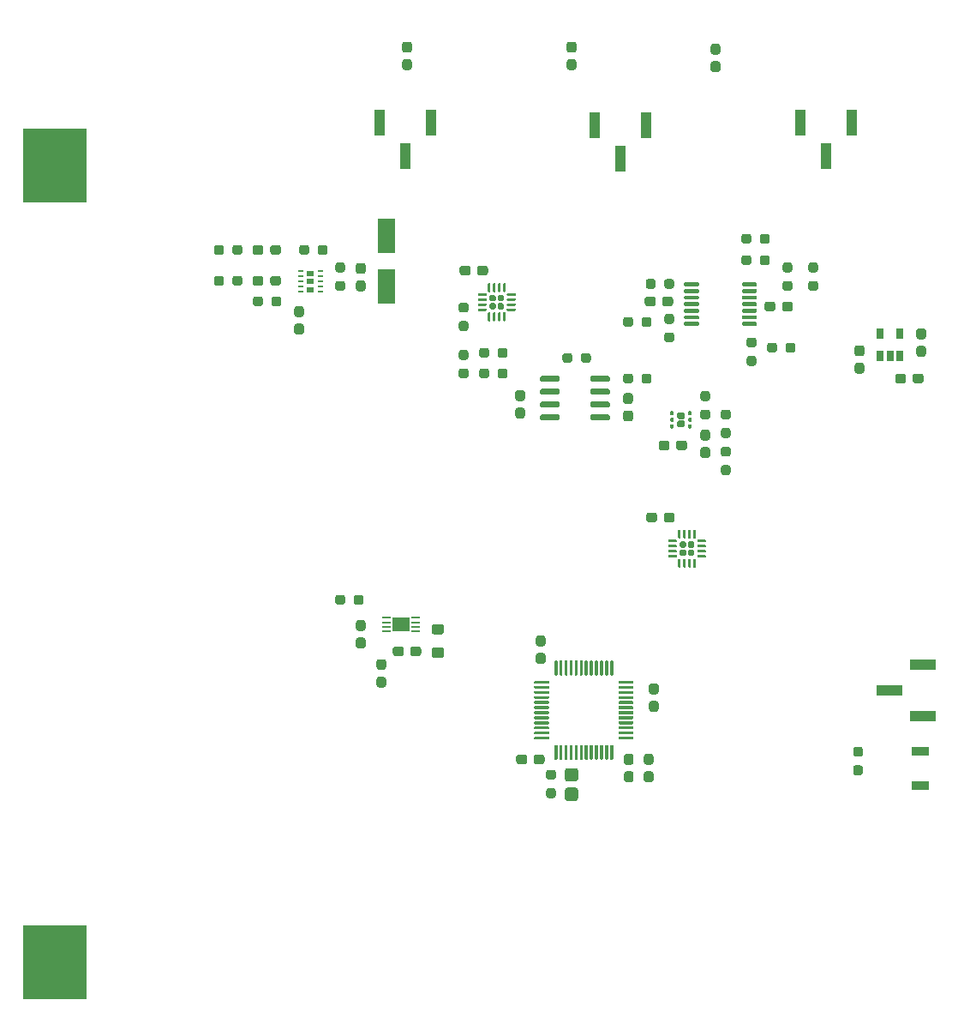
<source format=gbr>
%TF.GenerationSoftware,KiCad,Pcbnew,(5.1.10)-1*%
%TF.CreationDate,2022-01-27T16:49:40-03:30*%
%TF.ProjectId,mallard,6d616c6c-6172-4642-9e6b-696361645f70,rev?*%
%TF.SameCoordinates,Original*%
%TF.FileFunction,Paste,Top*%
%TF.FilePolarity,Positive*%
%FSLAX46Y46*%
G04 Gerber Fmt 4.6, Leading zero omitted, Abs format (unit mm)*
G04 Created by KiCad (PCBNEW (5.1.10)-1) date 2022-01-27 16:49:40*
%MOMM*%
%LPD*%
G01*
G04 APERTURE LIST*
%ADD10R,0.650000X1.060000*%
%ADD11R,0.812800X0.279400*%
%ADD12R,1.651000X1.346200*%
%ADD13R,1.000000X2.510000*%
%ADD14R,6.350000X7.340000*%
%ADD15R,0.650000X0.610000*%
%ADD16R,0.500000X0.250000*%
%ADD17R,1.700000X0.900000*%
%ADD18R,2.510000X1.000000*%
%ADD19R,1.800000X3.500000*%
G04 APERTURE END LIST*
%TO.C,C3*%
G36*
G01*
X162830500Y-51786500D02*
X163305500Y-51786500D01*
G75*
G02*
X163543000Y-52024000I0J-237500D01*
G01*
X163543000Y-52624000D01*
G75*
G02*
X163305500Y-52861500I-237500J0D01*
G01*
X162830500Y-52861500D01*
G75*
G02*
X162593000Y-52624000I0J237500D01*
G01*
X162593000Y-52024000D01*
G75*
G02*
X162830500Y-51786500I237500J0D01*
G01*
G37*
G36*
G01*
X162830500Y-50061500D02*
X163305500Y-50061500D01*
G75*
G02*
X163543000Y-50299000I0J-237500D01*
G01*
X163543000Y-50899000D01*
G75*
G02*
X163305500Y-51136500I-237500J0D01*
G01*
X162830500Y-51136500D01*
G75*
G02*
X162593000Y-50899000I0J237500D01*
G01*
X162593000Y-50299000D01*
G75*
G02*
X162830500Y-50061500I237500J0D01*
G01*
G37*
%TD*%
%TO.C,C2*%
G36*
G01*
X177054500Y-51987500D02*
X177529500Y-51987500D01*
G75*
G02*
X177767000Y-52225000I0J-237500D01*
G01*
X177767000Y-52825000D01*
G75*
G02*
X177529500Y-53062500I-237500J0D01*
G01*
X177054500Y-53062500D01*
G75*
G02*
X176817000Y-52825000I0J237500D01*
G01*
X176817000Y-52225000D01*
G75*
G02*
X177054500Y-51987500I237500J0D01*
G01*
G37*
G36*
G01*
X177054500Y-50262500D02*
X177529500Y-50262500D01*
G75*
G02*
X177767000Y-50500000I0J-237500D01*
G01*
X177767000Y-51100000D01*
G75*
G02*
X177529500Y-51337500I-237500J0D01*
G01*
X177054500Y-51337500D01*
G75*
G02*
X176817000Y-51100000I0J237500D01*
G01*
X176817000Y-50500000D01*
G75*
G02*
X177054500Y-50262500I237500J0D01*
G01*
G37*
%TD*%
%TO.C,C11*%
G36*
G01*
X197374500Y-80081000D02*
X197849500Y-80081000D01*
G75*
G02*
X198087000Y-80318500I0J-237500D01*
G01*
X198087000Y-80918500D01*
G75*
G02*
X197849500Y-81156000I-237500J0D01*
G01*
X197374500Y-81156000D01*
G75*
G02*
X197137000Y-80918500I0J237500D01*
G01*
X197137000Y-80318500D01*
G75*
G02*
X197374500Y-80081000I237500J0D01*
G01*
G37*
G36*
G01*
X197374500Y-78356000D02*
X197849500Y-78356000D01*
G75*
G02*
X198087000Y-78593500I0J-237500D01*
G01*
X198087000Y-79193500D01*
G75*
G02*
X197849500Y-79431000I-237500J0D01*
G01*
X197374500Y-79431000D01*
G75*
G02*
X197137000Y-79193500I0J237500D01*
G01*
X197137000Y-78593500D01*
G75*
G02*
X197374500Y-78356000I237500J0D01*
G01*
G37*
%TD*%
D10*
%TO.C,U10*%
X193590000Y-78914000D03*
X195490000Y-78914000D03*
X195490000Y-81114000D03*
X194540000Y-81114000D03*
X193590000Y-81114000D03*
%TD*%
%TO.C,C15*%
G36*
G01*
X191278500Y-81758500D02*
X191753500Y-81758500D01*
G75*
G02*
X191991000Y-81996000I0J-237500D01*
G01*
X191991000Y-82596000D01*
G75*
G02*
X191753500Y-82833500I-237500J0D01*
G01*
X191278500Y-82833500D01*
G75*
G02*
X191041000Y-82596000I0J237500D01*
G01*
X191041000Y-81996000D01*
G75*
G02*
X191278500Y-81758500I237500J0D01*
G01*
G37*
G36*
G01*
X191278500Y-80033500D02*
X191753500Y-80033500D01*
G75*
G02*
X191991000Y-80271000I0J-237500D01*
G01*
X191991000Y-80871000D01*
G75*
G02*
X191753500Y-81108500I-237500J0D01*
G01*
X191278500Y-81108500D01*
G75*
G02*
X191041000Y-80871000I0J237500D01*
G01*
X191041000Y-80271000D01*
G75*
G02*
X191278500Y-80033500I237500J0D01*
G01*
G37*
%TD*%
%TO.C,C13*%
G36*
G01*
X196767500Y-83549500D02*
X196767500Y-83074500D01*
G75*
G02*
X197005000Y-82837000I237500J0D01*
G01*
X197605000Y-82837000D01*
G75*
G02*
X197842500Y-83074500I0J-237500D01*
G01*
X197842500Y-83549500D01*
G75*
G02*
X197605000Y-83787000I-237500J0D01*
G01*
X197005000Y-83787000D01*
G75*
G02*
X196767500Y-83549500I0J237500D01*
G01*
G37*
G36*
G01*
X195042500Y-83549500D02*
X195042500Y-83074500D01*
G75*
G02*
X195280000Y-82837000I237500J0D01*
G01*
X195880000Y-82837000D01*
G75*
G02*
X196117500Y-83074500I0J-237500D01*
G01*
X196117500Y-83549500D01*
G75*
G02*
X195880000Y-83787000I-237500J0D01*
G01*
X195280000Y-83787000D01*
G75*
G02*
X195042500Y-83549500I0J237500D01*
G01*
G37*
%TD*%
%TO.C,C20*%
G36*
G01*
X170958500Y-115133000D02*
X171433500Y-115133000D01*
G75*
G02*
X171671000Y-115370500I0J-237500D01*
G01*
X171671000Y-115970500D01*
G75*
G02*
X171433500Y-116208000I-237500J0D01*
G01*
X170958500Y-116208000D01*
G75*
G02*
X170721000Y-115970500I0J237500D01*
G01*
X170721000Y-115370500D01*
G75*
G02*
X170958500Y-115133000I237500J0D01*
G01*
G37*
G36*
G01*
X170958500Y-113408000D02*
X171433500Y-113408000D01*
G75*
G02*
X171671000Y-113645500I0J-237500D01*
G01*
X171671000Y-114245500D01*
G75*
G02*
X171433500Y-114483000I-237500J0D01*
G01*
X170958500Y-114483000D01*
G75*
G02*
X170721000Y-114245500I0J237500D01*
G01*
X170721000Y-113645500D01*
G75*
G02*
X170958500Y-113408000I237500J0D01*
G01*
G37*
%TD*%
%TO.C,D5*%
G36*
G01*
X144509500Y-112059000D02*
X144034500Y-112059000D01*
G75*
G02*
X143797000Y-111821500I0J237500D01*
G01*
X143797000Y-111246500D01*
G75*
G02*
X144034500Y-111009000I237500J0D01*
G01*
X144509500Y-111009000D01*
G75*
G02*
X144747000Y-111246500I0J-237500D01*
G01*
X144747000Y-111821500D01*
G75*
G02*
X144509500Y-112059000I-237500J0D01*
G01*
G37*
G36*
G01*
X144509500Y-113809000D02*
X144034500Y-113809000D01*
G75*
G02*
X143797000Y-113571500I0J237500D01*
G01*
X143797000Y-112996500D01*
G75*
G02*
X144034500Y-112759000I237500J0D01*
G01*
X144509500Y-112759000D01*
G75*
G02*
X144747000Y-112996500I0J-237500D01*
G01*
X144747000Y-113571500D01*
G75*
G02*
X144509500Y-113809000I-237500J0D01*
G01*
G37*
%TD*%
%TO.C,D4*%
G36*
G01*
X162668000Y-123690500D02*
X163468000Y-123690500D01*
G75*
G02*
X163718000Y-123940500I0J-250000D01*
G01*
X163718000Y-124765500D01*
G75*
G02*
X163468000Y-125015500I-250000J0D01*
G01*
X162668000Y-125015500D01*
G75*
G02*
X162418000Y-124765500I0J250000D01*
G01*
X162418000Y-123940500D01*
G75*
G02*
X162668000Y-123690500I250000J0D01*
G01*
G37*
G36*
G01*
X162668000Y-121765500D02*
X163468000Y-121765500D01*
G75*
G02*
X163718000Y-122015500I0J-250000D01*
G01*
X163718000Y-122840500D01*
G75*
G02*
X163468000Y-123090500I-250000J0D01*
G01*
X162668000Y-123090500D01*
G75*
G02*
X162418000Y-122840500I0J250000D01*
G01*
X162418000Y-122015500D01*
G75*
G02*
X162668000Y-121765500I250000J0D01*
G01*
G37*
%TD*%
%TO.C,R6*%
G36*
G01*
X152162500Y-82316500D02*
X152637500Y-82316500D01*
G75*
G02*
X152875000Y-82554000I0J-237500D01*
G01*
X152875000Y-83054000D01*
G75*
G02*
X152637500Y-83291500I-237500J0D01*
G01*
X152162500Y-83291500D01*
G75*
G02*
X151925000Y-83054000I0J237500D01*
G01*
X151925000Y-82554000D01*
G75*
G02*
X152162500Y-82316500I237500J0D01*
G01*
G37*
G36*
G01*
X152162500Y-80491500D02*
X152637500Y-80491500D01*
G75*
G02*
X152875000Y-80729000I0J-237500D01*
G01*
X152875000Y-81229000D01*
G75*
G02*
X152637500Y-81466500I-237500J0D01*
G01*
X152162500Y-81466500D01*
G75*
G02*
X151925000Y-81229000I0J237500D01*
G01*
X151925000Y-80729000D01*
G75*
G02*
X152162500Y-80491500I237500J0D01*
G01*
G37*
%TD*%
%TO.C,R16*%
G36*
G01*
X169993500Y-77961500D02*
X169993500Y-77486500D01*
G75*
G02*
X170231000Y-77249000I237500J0D01*
G01*
X170731000Y-77249000D01*
G75*
G02*
X170968500Y-77486500I0J-237500D01*
G01*
X170968500Y-77961500D01*
G75*
G02*
X170731000Y-78199000I-237500J0D01*
G01*
X170231000Y-78199000D01*
G75*
G02*
X169993500Y-77961500I0J237500D01*
G01*
G37*
G36*
G01*
X168168500Y-77961500D02*
X168168500Y-77486500D01*
G75*
G02*
X168406000Y-77249000I237500J0D01*
G01*
X168906000Y-77249000D01*
G75*
G02*
X169143500Y-77486500I0J-237500D01*
G01*
X169143500Y-77961500D01*
G75*
G02*
X168906000Y-78199000I-237500J0D01*
G01*
X168406000Y-78199000D01*
G75*
G02*
X168168500Y-77961500I0J237500D01*
G01*
G37*
%TD*%
%TO.C,R19*%
G36*
G01*
X180610500Y-81093500D02*
X181085500Y-81093500D01*
G75*
G02*
X181323000Y-81331000I0J-237500D01*
G01*
X181323000Y-81831000D01*
G75*
G02*
X181085500Y-82068500I-237500J0D01*
G01*
X180610500Y-82068500D01*
G75*
G02*
X180373000Y-81831000I0J237500D01*
G01*
X180373000Y-81331000D01*
G75*
G02*
X180610500Y-81093500I237500J0D01*
G01*
G37*
G36*
G01*
X180610500Y-79268500D02*
X181085500Y-79268500D01*
G75*
G02*
X181323000Y-79506000I0J-237500D01*
G01*
X181323000Y-80006000D01*
G75*
G02*
X181085500Y-80243500I-237500J0D01*
G01*
X180610500Y-80243500D01*
G75*
G02*
X180373000Y-80006000I0J237500D01*
G01*
X180373000Y-79506000D01*
G75*
G02*
X180610500Y-79268500I237500J0D01*
G01*
G37*
%TD*%
%TO.C,R24*%
G36*
G01*
X191140500Y-121499000D02*
X191615500Y-121499000D01*
G75*
G02*
X191853000Y-121736500I0J-237500D01*
G01*
X191853000Y-122236500D01*
G75*
G02*
X191615500Y-122474000I-237500J0D01*
G01*
X191140500Y-122474000D01*
G75*
G02*
X190903000Y-122236500I0J237500D01*
G01*
X190903000Y-121736500D01*
G75*
G02*
X191140500Y-121499000I237500J0D01*
G01*
G37*
G36*
G01*
X191140500Y-119674000D02*
X191615500Y-119674000D01*
G75*
G02*
X191853000Y-119911500I0J-237500D01*
G01*
X191853000Y-120411500D01*
G75*
G02*
X191615500Y-120649000I-237500J0D01*
G01*
X191140500Y-120649000D01*
G75*
G02*
X190903000Y-120411500I0J237500D01*
G01*
X190903000Y-119911500D01*
G75*
G02*
X191140500Y-119674000I237500J0D01*
G01*
G37*
%TD*%
%TO.C,R23*%
G36*
G01*
X160798500Y-123765500D02*
X161273500Y-123765500D01*
G75*
G02*
X161511000Y-124003000I0J-237500D01*
G01*
X161511000Y-124503000D01*
G75*
G02*
X161273500Y-124740500I-237500J0D01*
G01*
X160798500Y-124740500D01*
G75*
G02*
X160561000Y-124503000I0J237500D01*
G01*
X160561000Y-124003000D01*
G75*
G02*
X160798500Y-123765500I237500J0D01*
G01*
G37*
G36*
G01*
X160798500Y-121940500D02*
X161273500Y-121940500D01*
G75*
G02*
X161511000Y-122178000I0J-237500D01*
G01*
X161511000Y-122678000D01*
G75*
G02*
X161273500Y-122915500I-237500J0D01*
G01*
X160798500Y-122915500D01*
G75*
G02*
X160561000Y-122678000I0J237500D01*
G01*
X160561000Y-122178000D01*
G75*
G02*
X160798500Y-121940500I237500J0D01*
G01*
G37*
%TD*%
%TO.C,R18*%
G36*
G01*
X181677500Y-71865500D02*
X181677500Y-71390500D01*
G75*
G02*
X181915000Y-71153000I237500J0D01*
G01*
X182415000Y-71153000D01*
G75*
G02*
X182652500Y-71390500I0J-237500D01*
G01*
X182652500Y-71865500D01*
G75*
G02*
X182415000Y-72103000I-237500J0D01*
G01*
X181915000Y-72103000D01*
G75*
G02*
X181677500Y-71865500I0J237500D01*
G01*
G37*
G36*
G01*
X179852500Y-71865500D02*
X179852500Y-71390500D01*
G75*
G02*
X180090000Y-71153000I237500J0D01*
G01*
X180590000Y-71153000D01*
G75*
G02*
X180827500Y-71390500I0J-237500D01*
G01*
X180827500Y-71865500D01*
G75*
G02*
X180590000Y-72103000I-237500J0D01*
G01*
X180090000Y-72103000D01*
G75*
G02*
X179852500Y-71865500I0J237500D01*
G01*
G37*
%TD*%
%TO.C,R17*%
G36*
G01*
X172232500Y-74198500D02*
X172232500Y-73723500D01*
G75*
G02*
X172470000Y-73486000I237500J0D01*
G01*
X172970000Y-73486000D01*
G75*
G02*
X173207500Y-73723500I0J-237500D01*
G01*
X173207500Y-74198500D01*
G75*
G02*
X172970000Y-74436000I-237500J0D01*
G01*
X172470000Y-74436000D01*
G75*
G02*
X172232500Y-74198500I0J237500D01*
G01*
G37*
G36*
G01*
X170407500Y-74198500D02*
X170407500Y-73723500D01*
G75*
G02*
X170645000Y-73486000I237500J0D01*
G01*
X171145000Y-73486000D01*
G75*
G02*
X171382500Y-73723500I0J-237500D01*
G01*
X171382500Y-74198500D01*
G75*
G02*
X171145000Y-74436000I-237500J0D01*
G01*
X170645000Y-74436000D01*
G75*
G02*
X170407500Y-74198500I0J237500D01*
G01*
G37*
%TD*%
%TO.C,R15*%
G36*
G01*
X172957500Y-77910500D02*
X172482500Y-77910500D01*
G75*
G02*
X172245000Y-77673000I0J237500D01*
G01*
X172245000Y-77173000D01*
G75*
G02*
X172482500Y-76935500I237500J0D01*
G01*
X172957500Y-76935500D01*
G75*
G02*
X173195000Y-77173000I0J-237500D01*
G01*
X173195000Y-77673000D01*
G75*
G02*
X172957500Y-77910500I-237500J0D01*
G01*
G37*
G36*
G01*
X172957500Y-79735500D02*
X172482500Y-79735500D01*
G75*
G02*
X172245000Y-79498000I0J237500D01*
G01*
X172245000Y-78998000D01*
G75*
G02*
X172482500Y-78760500I237500J0D01*
G01*
X172957500Y-78760500D01*
G75*
G02*
X173195000Y-78998000I0J-237500D01*
G01*
X173195000Y-79498000D01*
G75*
G02*
X172957500Y-79735500I-237500J0D01*
G01*
G37*
%TD*%
%TO.C,R14*%
G36*
G01*
X180827500Y-69269000D02*
X180827500Y-69744000D01*
G75*
G02*
X180590000Y-69981500I-237500J0D01*
G01*
X180090000Y-69981500D01*
G75*
G02*
X179852500Y-69744000I0J237500D01*
G01*
X179852500Y-69269000D01*
G75*
G02*
X180090000Y-69031500I237500J0D01*
G01*
X180590000Y-69031500D01*
G75*
G02*
X180827500Y-69269000I0J-237500D01*
G01*
G37*
G36*
G01*
X182652500Y-69269000D02*
X182652500Y-69744000D01*
G75*
G02*
X182415000Y-69981500I-237500J0D01*
G01*
X181915000Y-69981500D01*
G75*
G02*
X181677500Y-69744000I0J237500D01*
G01*
X181677500Y-69269000D01*
G75*
G02*
X181915000Y-69031500I237500J0D01*
G01*
X182415000Y-69031500D01*
G75*
G02*
X182652500Y-69269000I0J-237500D01*
G01*
G37*
%TD*%
%TO.C,R13*%
G36*
G01*
X183367500Y-80026500D02*
X183367500Y-80501500D01*
G75*
G02*
X183130000Y-80739000I-237500J0D01*
G01*
X182630000Y-80739000D01*
G75*
G02*
X182392500Y-80501500I0J237500D01*
G01*
X182392500Y-80026500D01*
G75*
G02*
X182630000Y-79789000I237500J0D01*
G01*
X183130000Y-79789000D01*
G75*
G02*
X183367500Y-80026500I0J-237500D01*
G01*
G37*
G36*
G01*
X185192500Y-80026500D02*
X185192500Y-80501500D01*
G75*
G02*
X184955000Y-80739000I-237500J0D01*
G01*
X184455000Y-80739000D01*
G75*
G02*
X184217500Y-80501500I0J237500D01*
G01*
X184217500Y-80026500D01*
G75*
G02*
X184455000Y-79789000I237500J0D01*
G01*
X184955000Y-79789000D01*
G75*
G02*
X185192500Y-80026500I0J-237500D01*
G01*
G37*
%TD*%
%TO.C,R10*%
G36*
G01*
X169143500Y-83074500D02*
X169143500Y-83549500D01*
G75*
G02*
X168906000Y-83787000I-237500J0D01*
G01*
X168406000Y-83787000D01*
G75*
G02*
X168168500Y-83549500I0J237500D01*
G01*
X168168500Y-83074500D01*
G75*
G02*
X168406000Y-82837000I237500J0D01*
G01*
X168906000Y-82837000D01*
G75*
G02*
X169143500Y-83074500I0J-237500D01*
G01*
G37*
G36*
G01*
X170968500Y-83074500D02*
X170968500Y-83549500D01*
G75*
G02*
X170731000Y-83787000I-237500J0D01*
G01*
X170231000Y-83787000D01*
G75*
G02*
X169993500Y-83549500I0J237500D01*
G01*
X169993500Y-83074500D01*
G75*
G02*
X170231000Y-82837000I237500J0D01*
G01*
X170731000Y-82837000D01*
G75*
G02*
X170968500Y-83074500I0J-237500D01*
G01*
G37*
%TD*%
%TO.C,R8*%
G36*
G01*
X163151000Y-81042500D02*
X163151000Y-81517500D01*
G75*
G02*
X162913500Y-81755000I-237500J0D01*
G01*
X162413500Y-81755000D01*
G75*
G02*
X162176000Y-81517500I0J237500D01*
G01*
X162176000Y-81042500D01*
G75*
G02*
X162413500Y-80805000I237500J0D01*
G01*
X162913500Y-80805000D01*
G75*
G02*
X163151000Y-81042500I0J-237500D01*
G01*
G37*
G36*
G01*
X164976000Y-81042500D02*
X164976000Y-81517500D01*
G75*
G02*
X164738500Y-81755000I-237500J0D01*
G01*
X164238500Y-81755000D01*
G75*
G02*
X164001000Y-81517500I0J237500D01*
G01*
X164001000Y-81042500D01*
G75*
G02*
X164238500Y-80805000I237500J0D01*
G01*
X164738500Y-80805000D01*
G75*
G02*
X164976000Y-81042500I0J-237500D01*
G01*
G37*
%TD*%
%TO.C,R4*%
G36*
G01*
X152637500Y-76791000D02*
X152162500Y-76791000D01*
G75*
G02*
X151925000Y-76553500I0J237500D01*
G01*
X151925000Y-76053500D01*
G75*
G02*
X152162500Y-75816000I237500J0D01*
G01*
X152637500Y-75816000D01*
G75*
G02*
X152875000Y-76053500I0J-237500D01*
G01*
X152875000Y-76553500D01*
G75*
G02*
X152637500Y-76791000I-237500J0D01*
G01*
G37*
G36*
G01*
X152637500Y-78616000D02*
X152162500Y-78616000D01*
G75*
G02*
X151925000Y-78378500I0J237500D01*
G01*
X151925000Y-77878500D01*
G75*
G02*
X152162500Y-77641000I237500J0D01*
G01*
X152637500Y-77641000D01*
G75*
G02*
X152875000Y-77878500I0J-237500D01*
G01*
X152875000Y-78378500D01*
G75*
G02*
X152637500Y-78616000I-237500J0D01*
G01*
G37*
%TD*%
%TO.C,C9*%
G36*
G01*
X183866500Y-76437500D02*
X183866500Y-75962500D01*
G75*
G02*
X184104000Y-75725000I237500J0D01*
G01*
X184704000Y-75725000D01*
G75*
G02*
X184941500Y-75962500I0J-237500D01*
G01*
X184941500Y-76437500D01*
G75*
G02*
X184704000Y-76675000I-237500J0D01*
G01*
X184104000Y-76675000D01*
G75*
G02*
X183866500Y-76437500I0J237500D01*
G01*
G37*
G36*
G01*
X182141500Y-76437500D02*
X182141500Y-75962500D01*
G75*
G02*
X182379000Y-75725000I237500J0D01*
G01*
X182979000Y-75725000D01*
G75*
G02*
X183216500Y-75962500I0J-237500D01*
G01*
X183216500Y-76437500D01*
G75*
G02*
X182979000Y-76675000I-237500J0D01*
G01*
X182379000Y-76675000D01*
G75*
G02*
X182141500Y-76437500I0J237500D01*
G01*
G37*
%TD*%
%TO.C,C16*%
G36*
G01*
X160257500Y-109757500D02*
X159782500Y-109757500D01*
G75*
G02*
X159545000Y-109520000I0J237500D01*
G01*
X159545000Y-108920000D01*
G75*
G02*
X159782500Y-108682500I237500J0D01*
G01*
X160257500Y-108682500D01*
G75*
G02*
X160495000Y-108920000I0J-237500D01*
G01*
X160495000Y-109520000D01*
G75*
G02*
X160257500Y-109757500I-237500J0D01*
G01*
G37*
G36*
G01*
X160257500Y-111482500D02*
X159782500Y-111482500D01*
G75*
G02*
X159545000Y-111245000I0J237500D01*
G01*
X159545000Y-110645000D01*
G75*
G02*
X159782500Y-110407500I237500J0D01*
G01*
X160257500Y-110407500D01*
G75*
G02*
X160495000Y-110645000I0J-237500D01*
G01*
X160495000Y-111245000D01*
G75*
G02*
X160257500Y-111482500I-237500J0D01*
G01*
G37*
%TD*%
D11*
%TO.C,U12*%
X147663800Y-108293800D03*
X147663800Y-107836600D03*
X147663800Y-107379400D03*
X147663800Y-106922200D03*
X144768200Y-106922200D03*
X144768200Y-107379400D03*
X144768200Y-107836600D03*
X144768200Y-108293800D03*
D12*
X146216000Y-107608000D03*
%TD*%
%TO.C,R25*%
G36*
G01*
X140695500Y-104918500D02*
X140695500Y-105393500D01*
G75*
G02*
X140458000Y-105631000I-237500J0D01*
G01*
X139958000Y-105631000D01*
G75*
G02*
X139720500Y-105393500I0J237500D01*
G01*
X139720500Y-104918500D01*
G75*
G02*
X139958000Y-104681000I237500J0D01*
G01*
X140458000Y-104681000D01*
G75*
G02*
X140695500Y-104918500I0J-237500D01*
G01*
G37*
G36*
G01*
X142520500Y-104918500D02*
X142520500Y-105393500D01*
G75*
G02*
X142283000Y-105631000I-237500J0D01*
G01*
X141783000Y-105631000D01*
G75*
G02*
X141545500Y-105393500I0J237500D01*
G01*
X141545500Y-104918500D01*
G75*
G02*
X141783000Y-104681000I237500J0D01*
G01*
X142283000Y-104681000D01*
G75*
G02*
X142520500Y-104918500I0J-237500D01*
G01*
G37*
%TD*%
%TO.C,L1*%
G36*
G01*
X150210001Y-108595000D02*
X149509999Y-108595000D01*
G75*
G02*
X149260000Y-108345001I0J249999D01*
G01*
X149260000Y-107794999D01*
G75*
G02*
X149509999Y-107545000I249999J0D01*
G01*
X150210001Y-107545000D01*
G75*
G02*
X150460000Y-107794999I0J-249999D01*
G01*
X150460000Y-108345001D01*
G75*
G02*
X150210001Y-108595000I-249999J0D01*
G01*
G37*
G36*
G01*
X150210001Y-110895000D02*
X149509999Y-110895000D01*
G75*
G02*
X149260000Y-110645001I0J249999D01*
G01*
X149260000Y-110094999D01*
G75*
G02*
X149509999Y-109845000I249999J0D01*
G01*
X150210001Y-109845000D01*
G75*
G02*
X150460000Y-110094999I0J-249999D01*
G01*
X150460000Y-110645001D01*
G75*
G02*
X150210001Y-110895000I-249999J0D01*
G01*
G37*
%TD*%
%TO.C,C23*%
G36*
G01*
X146487000Y-109998500D02*
X146487000Y-110473500D01*
G75*
G02*
X146249500Y-110711000I-237500J0D01*
G01*
X145649500Y-110711000D01*
G75*
G02*
X145412000Y-110473500I0J237500D01*
G01*
X145412000Y-109998500D01*
G75*
G02*
X145649500Y-109761000I237500J0D01*
G01*
X146249500Y-109761000D01*
G75*
G02*
X146487000Y-109998500I0J-237500D01*
G01*
G37*
G36*
G01*
X148212000Y-109998500D02*
X148212000Y-110473500D01*
G75*
G02*
X147974500Y-110711000I-237500J0D01*
G01*
X147374500Y-110711000D01*
G75*
G02*
X147137000Y-110473500I0J237500D01*
G01*
X147137000Y-109998500D01*
G75*
G02*
X147374500Y-109761000I237500J0D01*
G01*
X147974500Y-109761000D01*
G75*
G02*
X148212000Y-109998500I0J-237500D01*
G01*
G37*
%TD*%
%TO.C,C22*%
G36*
G01*
X142477500Y-108233500D02*
X142002500Y-108233500D01*
G75*
G02*
X141765000Y-107996000I0J237500D01*
G01*
X141765000Y-107396000D01*
G75*
G02*
X142002500Y-107158500I237500J0D01*
G01*
X142477500Y-107158500D01*
G75*
G02*
X142715000Y-107396000I0J-237500D01*
G01*
X142715000Y-107996000D01*
G75*
G02*
X142477500Y-108233500I-237500J0D01*
G01*
G37*
G36*
G01*
X142477500Y-109958500D02*
X142002500Y-109958500D01*
G75*
G02*
X141765000Y-109721000I0J237500D01*
G01*
X141765000Y-109121000D01*
G75*
G02*
X142002500Y-108883500I237500J0D01*
G01*
X142477500Y-108883500D01*
G75*
G02*
X142715000Y-109121000I0J-237500D01*
G01*
X142715000Y-109721000D01*
G75*
G02*
X142477500Y-109958500I-237500J0D01*
G01*
G37*
%TD*%
%TO.C,C21*%
G36*
G01*
X168418500Y-86471000D02*
X168893500Y-86471000D01*
G75*
G02*
X169131000Y-86708500I0J-237500D01*
G01*
X169131000Y-87308500D01*
G75*
G02*
X168893500Y-87546000I-237500J0D01*
G01*
X168418500Y-87546000D01*
G75*
G02*
X168181000Y-87308500I0J237500D01*
G01*
X168181000Y-86708500D01*
G75*
G02*
X168418500Y-86471000I237500J0D01*
G01*
G37*
G36*
G01*
X168418500Y-84746000D02*
X168893500Y-84746000D01*
G75*
G02*
X169131000Y-84983500I0J-237500D01*
G01*
X169131000Y-85583500D01*
G75*
G02*
X168893500Y-85821000I-237500J0D01*
G01*
X168418500Y-85821000D01*
G75*
G02*
X168181000Y-85583500I0J237500D01*
G01*
X168181000Y-84983500D01*
G75*
G02*
X168418500Y-84746000I237500J0D01*
G01*
G37*
%TD*%
D13*
%TO.C,SM3*%
X190793000Y-58069000D03*
X185713000Y-58069000D03*
X188253000Y-61379000D03*
%TD*%
%TO.C,SM2*%
X170468000Y-58319000D03*
X165388000Y-58319000D03*
X167928000Y-61629000D03*
%TD*%
%TO.C,SM1*%
X149218000Y-58069000D03*
X144138000Y-58069000D03*
X146678000Y-61379000D03*
%TD*%
D14*
%TO.C,BatteryPack1*%
X112028000Y-140954000D03*
X112028000Y-62294000D03*
%TD*%
%TO.C,U11*%
G36*
G01*
X167178000Y-119549000D02*
X167178000Y-120874000D01*
G75*
G02*
X167103000Y-120949000I-75000J0D01*
G01*
X166953000Y-120949000D01*
G75*
G02*
X166878000Y-120874000I0J75000D01*
G01*
X166878000Y-119549000D01*
G75*
G02*
X166953000Y-119474000I75000J0D01*
G01*
X167103000Y-119474000D01*
G75*
G02*
X167178000Y-119549000I0J-75000D01*
G01*
G37*
G36*
G01*
X166678000Y-119549000D02*
X166678000Y-120874000D01*
G75*
G02*
X166603000Y-120949000I-75000J0D01*
G01*
X166453000Y-120949000D01*
G75*
G02*
X166378000Y-120874000I0J75000D01*
G01*
X166378000Y-119549000D01*
G75*
G02*
X166453000Y-119474000I75000J0D01*
G01*
X166603000Y-119474000D01*
G75*
G02*
X166678000Y-119549000I0J-75000D01*
G01*
G37*
G36*
G01*
X166178000Y-119549000D02*
X166178000Y-120874000D01*
G75*
G02*
X166103000Y-120949000I-75000J0D01*
G01*
X165953000Y-120949000D01*
G75*
G02*
X165878000Y-120874000I0J75000D01*
G01*
X165878000Y-119549000D01*
G75*
G02*
X165953000Y-119474000I75000J0D01*
G01*
X166103000Y-119474000D01*
G75*
G02*
X166178000Y-119549000I0J-75000D01*
G01*
G37*
G36*
G01*
X165678000Y-119549000D02*
X165678000Y-120874000D01*
G75*
G02*
X165603000Y-120949000I-75000J0D01*
G01*
X165453000Y-120949000D01*
G75*
G02*
X165378000Y-120874000I0J75000D01*
G01*
X165378000Y-119549000D01*
G75*
G02*
X165453000Y-119474000I75000J0D01*
G01*
X165603000Y-119474000D01*
G75*
G02*
X165678000Y-119549000I0J-75000D01*
G01*
G37*
G36*
G01*
X165178000Y-119549000D02*
X165178000Y-120874000D01*
G75*
G02*
X165103000Y-120949000I-75000J0D01*
G01*
X164953000Y-120949000D01*
G75*
G02*
X164878000Y-120874000I0J75000D01*
G01*
X164878000Y-119549000D01*
G75*
G02*
X164953000Y-119474000I75000J0D01*
G01*
X165103000Y-119474000D01*
G75*
G02*
X165178000Y-119549000I0J-75000D01*
G01*
G37*
G36*
G01*
X164678000Y-119549000D02*
X164678000Y-120874000D01*
G75*
G02*
X164603000Y-120949000I-75000J0D01*
G01*
X164453000Y-120949000D01*
G75*
G02*
X164378000Y-120874000I0J75000D01*
G01*
X164378000Y-119549000D01*
G75*
G02*
X164453000Y-119474000I75000J0D01*
G01*
X164603000Y-119474000D01*
G75*
G02*
X164678000Y-119549000I0J-75000D01*
G01*
G37*
G36*
G01*
X164178000Y-119549000D02*
X164178000Y-120874000D01*
G75*
G02*
X164103000Y-120949000I-75000J0D01*
G01*
X163953000Y-120949000D01*
G75*
G02*
X163878000Y-120874000I0J75000D01*
G01*
X163878000Y-119549000D01*
G75*
G02*
X163953000Y-119474000I75000J0D01*
G01*
X164103000Y-119474000D01*
G75*
G02*
X164178000Y-119549000I0J-75000D01*
G01*
G37*
G36*
G01*
X163678000Y-119549000D02*
X163678000Y-120874000D01*
G75*
G02*
X163603000Y-120949000I-75000J0D01*
G01*
X163453000Y-120949000D01*
G75*
G02*
X163378000Y-120874000I0J75000D01*
G01*
X163378000Y-119549000D01*
G75*
G02*
X163453000Y-119474000I75000J0D01*
G01*
X163603000Y-119474000D01*
G75*
G02*
X163678000Y-119549000I0J-75000D01*
G01*
G37*
G36*
G01*
X163178000Y-119549000D02*
X163178000Y-120874000D01*
G75*
G02*
X163103000Y-120949000I-75000J0D01*
G01*
X162953000Y-120949000D01*
G75*
G02*
X162878000Y-120874000I0J75000D01*
G01*
X162878000Y-119549000D01*
G75*
G02*
X162953000Y-119474000I75000J0D01*
G01*
X163103000Y-119474000D01*
G75*
G02*
X163178000Y-119549000I0J-75000D01*
G01*
G37*
G36*
G01*
X162678000Y-119549000D02*
X162678000Y-120874000D01*
G75*
G02*
X162603000Y-120949000I-75000J0D01*
G01*
X162453000Y-120949000D01*
G75*
G02*
X162378000Y-120874000I0J75000D01*
G01*
X162378000Y-119549000D01*
G75*
G02*
X162453000Y-119474000I75000J0D01*
G01*
X162603000Y-119474000D01*
G75*
G02*
X162678000Y-119549000I0J-75000D01*
G01*
G37*
G36*
G01*
X162178000Y-119549000D02*
X162178000Y-120874000D01*
G75*
G02*
X162103000Y-120949000I-75000J0D01*
G01*
X161953000Y-120949000D01*
G75*
G02*
X161878000Y-120874000I0J75000D01*
G01*
X161878000Y-119549000D01*
G75*
G02*
X161953000Y-119474000I75000J0D01*
G01*
X162103000Y-119474000D01*
G75*
G02*
X162178000Y-119549000I0J-75000D01*
G01*
G37*
G36*
G01*
X161678000Y-119549000D02*
X161678000Y-120874000D01*
G75*
G02*
X161603000Y-120949000I-75000J0D01*
G01*
X161453000Y-120949000D01*
G75*
G02*
X161378000Y-120874000I0J75000D01*
G01*
X161378000Y-119549000D01*
G75*
G02*
X161453000Y-119474000I75000J0D01*
G01*
X161603000Y-119474000D01*
G75*
G02*
X161678000Y-119549000I0J-75000D01*
G01*
G37*
G36*
G01*
X160853000Y-118724000D02*
X160853000Y-118874000D01*
G75*
G02*
X160778000Y-118949000I-75000J0D01*
G01*
X159453000Y-118949000D01*
G75*
G02*
X159378000Y-118874000I0J75000D01*
G01*
X159378000Y-118724000D01*
G75*
G02*
X159453000Y-118649000I75000J0D01*
G01*
X160778000Y-118649000D01*
G75*
G02*
X160853000Y-118724000I0J-75000D01*
G01*
G37*
G36*
G01*
X160853000Y-118224000D02*
X160853000Y-118374000D01*
G75*
G02*
X160778000Y-118449000I-75000J0D01*
G01*
X159453000Y-118449000D01*
G75*
G02*
X159378000Y-118374000I0J75000D01*
G01*
X159378000Y-118224000D01*
G75*
G02*
X159453000Y-118149000I75000J0D01*
G01*
X160778000Y-118149000D01*
G75*
G02*
X160853000Y-118224000I0J-75000D01*
G01*
G37*
G36*
G01*
X160853000Y-117724000D02*
X160853000Y-117874000D01*
G75*
G02*
X160778000Y-117949000I-75000J0D01*
G01*
X159453000Y-117949000D01*
G75*
G02*
X159378000Y-117874000I0J75000D01*
G01*
X159378000Y-117724000D01*
G75*
G02*
X159453000Y-117649000I75000J0D01*
G01*
X160778000Y-117649000D01*
G75*
G02*
X160853000Y-117724000I0J-75000D01*
G01*
G37*
G36*
G01*
X160853000Y-117224000D02*
X160853000Y-117374000D01*
G75*
G02*
X160778000Y-117449000I-75000J0D01*
G01*
X159453000Y-117449000D01*
G75*
G02*
X159378000Y-117374000I0J75000D01*
G01*
X159378000Y-117224000D01*
G75*
G02*
X159453000Y-117149000I75000J0D01*
G01*
X160778000Y-117149000D01*
G75*
G02*
X160853000Y-117224000I0J-75000D01*
G01*
G37*
G36*
G01*
X160853000Y-116724000D02*
X160853000Y-116874000D01*
G75*
G02*
X160778000Y-116949000I-75000J0D01*
G01*
X159453000Y-116949000D01*
G75*
G02*
X159378000Y-116874000I0J75000D01*
G01*
X159378000Y-116724000D01*
G75*
G02*
X159453000Y-116649000I75000J0D01*
G01*
X160778000Y-116649000D01*
G75*
G02*
X160853000Y-116724000I0J-75000D01*
G01*
G37*
G36*
G01*
X160853000Y-116224000D02*
X160853000Y-116374000D01*
G75*
G02*
X160778000Y-116449000I-75000J0D01*
G01*
X159453000Y-116449000D01*
G75*
G02*
X159378000Y-116374000I0J75000D01*
G01*
X159378000Y-116224000D01*
G75*
G02*
X159453000Y-116149000I75000J0D01*
G01*
X160778000Y-116149000D01*
G75*
G02*
X160853000Y-116224000I0J-75000D01*
G01*
G37*
G36*
G01*
X160853000Y-115724000D02*
X160853000Y-115874000D01*
G75*
G02*
X160778000Y-115949000I-75000J0D01*
G01*
X159453000Y-115949000D01*
G75*
G02*
X159378000Y-115874000I0J75000D01*
G01*
X159378000Y-115724000D01*
G75*
G02*
X159453000Y-115649000I75000J0D01*
G01*
X160778000Y-115649000D01*
G75*
G02*
X160853000Y-115724000I0J-75000D01*
G01*
G37*
G36*
G01*
X160853000Y-115224000D02*
X160853000Y-115374000D01*
G75*
G02*
X160778000Y-115449000I-75000J0D01*
G01*
X159453000Y-115449000D01*
G75*
G02*
X159378000Y-115374000I0J75000D01*
G01*
X159378000Y-115224000D01*
G75*
G02*
X159453000Y-115149000I75000J0D01*
G01*
X160778000Y-115149000D01*
G75*
G02*
X160853000Y-115224000I0J-75000D01*
G01*
G37*
G36*
G01*
X160853000Y-114724000D02*
X160853000Y-114874000D01*
G75*
G02*
X160778000Y-114949000I-75000J0D01*
G01*
X159453000Y-114949000D01*
G75*
G02*
X159378000Y-114874000I0J75000D01*
G01*
X159378000Y-114724000D01*
G75*
G02*
X159453000Y-114649000I75000J0D01*
G01*
X160778000Y-114649000D01*
G75*
G02*
X160853000Y-114724000I0J-75000D01*
G01*
G37*
G36*
G01*
X160853000Y-114224000D02*
X160853000Y-114374000D01*
G75*
G02*
X160778000Y-114449000I-75000J0D01*
G01*
X159453000Y-114449000D01*
G75*
G02*
X159378000Y-114374000I0J75000D01*
G01*
X159378000Y-114224000D01*
G75*
G02*
X159453000Y-114149000I75000J0D01*
G01*
X160778000Y-114149000D01*
G75*
G02*
X160853000Y-114224000I0J-75000D01*
G01*
G37*
G36*
G01*
X160853000Y-113724000D02*
X160853000Y-113874000D01*
G75*
G02*
X160778000Y-113949000I-75000J0D01*
G01*
X159453000Y-113949000D01*
G75*
G02*
X159378000Y-113874000I0J75000D01*
G01*
X159378000Y-113724000D01*
G75*
G02*
X159453000Y-113649000I75000J0D01*
G01*
X160778000Y-113649000D01*
G75*
G02*
X160853000Y-113724000I0J-75000D01*
G01*
G37*
G36*
G01*
X160853000Y-113224000D02*
X160853000Y-113374000D01*
G75*
G02*
X160778000Y-113449000I-75000J0D01*
G01*
X159453000Y-113449000D01*
G75*
G02*
X159378000Y-113374000I0J75000D01*
G01*
X159378000Y-113224000D01*
G75*
G02*
X159453000Y-113149000I75000J0D01*
G01*
X160778000Y-113149000D01*
G75*
G02*
X160853000Y-113224000I0J-75000D01*
G01*
G37*
G36*
G01*
X161678000Y-111224000D02*
X161678000Y-112549000D01*
G75*
G02*
X161603000Y-112624000I-75000J0D01*
G01*
X161453000Y-112624000D01*
G75*
G02*
X161378000Y-112549000I0J75000D01*
G01*
X161378000Y-111224000D01*
G75*
G02*
X161453000Y-111149000I75000J0D01*
G01*
X161603000Y-111149000D01*
G75*
G02*
X161678000Y-111224000I0J-75000D01*
G01*
G37*
G36*
G01*
X162178000Y-111224000D02*
X162178000Y-112549000D01*
G75*
G02*
X162103000Y-112624000I-75000J0D01*
G01*
X161953000Y-112624000D01*
G75*
G02*
X161878000Y-112549000I0J75000D01*
G01*
X161878000Y-111224000D01*
G75*
G02*
X161953000Y-111149000I75000J0D01*
G01*
X162103000Y-111149000D01*
G75*
G02*
X162178000Y-111224000I0J-75000D01*
G01*
G37*
G36*
G01*
X162678000Y-111224000D02*
X162678000Y-112549000D01*
G75*
G02*
X162603000Y-112624000I-75000J0D01*
G01*
X162453000Y-112624000D01*
G75*
G02*
X162378000Y-112549000I0J75000D01*
G01*
X162378000Y-111224000D01*
G75*
G02*
X162453000Y-111149000I75000J0D01*
G01*
X162603000Y-111149000D01*
G75*
G02*
X162678000Y-111224000I0J-75000D01*
G01*
G37*
G36*
G01*
X163178000Y-111224000D02*
X163178000Y-112549000D01*
G75*
G02*
X163103000Y-112624000I-75000J0D01*
G01*
X162953000Y-112624000D01*
G75*
G02*
X162878000Y-112549000I0J75000D01*
G01*
X162878000Y-111224000D01*
G75*
G02*
X162953000Y-111149000I75000J0D01*
G01*
X163103000Y-111149000D01*
G75*
G02*
X163178000Y-111224000I0J-75000D01*
G01*
G37*
G36*
G01*
X163678000Y-111224000D02*
X163678000Y-112549000D01*
G75*
G02*
X163603000Y-112624000I-75000J0D01*
G01*
X163453000Y-112624000D01*
G75*
G02*
X163378000Y-112549000I0J75000D01*
G01*
X163378000Y-111224000D01*
G75*
G02*
X163453000Y-111149000I75000J0D01*
G01*
X163603000Y-111149000D01*
G75*
G02*
X163678000Y-111224000I0J-75000D01*
G01*
G37*
G36*
G01*
X164178000Y-111224000D02*
X164178000Y-112549000D01*
G75*
G02*
X164103000Y-112624000I-75000J0D01*
G01*
X163953000Y-112624000D01*
G75*
G02*
X163878000Y-112549000I0J75000D01*
G01*
X163878000Y-111224000D01*
G75*
G02*
X163953000Y-111149000I75000J0D01*
G01*
X164103000Y-111149000D01*
G75*
G02*
X164178000Y-111224000I0J-75000D01*
G01*
G37*
G36*
G01*
X164678000Y-111224000D02*
X164678000Y-112549000D01*
G75*
G02*
X164603000Y-112624000I-75000J0D01*
G01*
X164453000Y-112624000D01*
G75*
G02*
X164378000Y-112549000I0J75000D01*
G01*
X164378000Y-111224000D01*
G75*
G02*
X164453000Y-111149000I75000J0D01*
G01*
X164603000Y-111149000D01*
G75*
G02*
X164678000Y-111224000I0J-75000D01*
G01*
G37*
G36*
G01*
X165178000Y-111224000D02*
X165178000Y-112549000D01*
G75*
G02*
X165103000Y-112624000I-75000J0D01*
G01*
X164953000Y-112624000D01*
G75*
G02*
X164878000Y-112549000I0J75000D01*
G01*
X164878000Y-111224000D01*
G75*
G02*
X164953000Y-111149000I75000J0D01*
G01*
X165103000Y-111149000D01*
G75*
G02*
X165178000Y-111224000I0J-75000D01*
G01*
G37*
G36*
G01*
X165678000Y-111224000D02*
X165678000Y-112549000D01*
G75*
G02*
X165603000Y-112624000I-75000J0D01*
G01*
X165453000Y-112624000D01*
G75*
G02*
X165378000Y-112549000I0J75000D01*
G01*
X165378000Y-111224000D01*
G75*
G02*
X165453000Y-111149000I75000J0D01*
G01*
X165603000Y-111149000D01*
G75*
G02*
X165678000Y-111224000I0J-75000D01*
G01*
G37*
G36*
G01*
X166178000Y-111224000D02*
X166178000Y-112549000D01*
G75*
G02*
X166103000Y-112624000I-75000J0D01*
G01*
X165953000Y-112624000D01*
G75*
G02*
X165878000Y-112549000I0J75000D01*
G01*
X165878000Y-111224000D01*
G75*
G02*
X165953000Y-111149000I75000J0D01*
G01*
X166103000Y-111149000D01*
G75*
G02*
X166178000Y-111224000I0J-75000D01*
G01*
G37*
G36*
G01*
X166678000Y-111224000D02*
X166678000Y-112549000D01*
G75*
G02*
X166603000Y-112624000I-75000J0D01*
G01*
X166453000Y-112624000D01*
G75*
G02*
X166378000Y-112549000I0J75000D01*
G01*
X166378000Y-111224000D01*
G75*
G02*
X166453000Y-111149000I75000J0D01*
G01*
X166603000Y-111149000D01*
G75*
G02*
X166678000Y-111224000I0J-75000D01*
G01*
G37*
G36*
G01*
X167178000Y-111224000D02*
X167178000Y-112549000D01*
G75*
G02*
X167103000Y-112624000I-75000J0D01*
G01*
X166953000Y-112624000D01*
G75*
G02*
X166878000Y-112549000I0J75000D01*
G01*
X166878000Y-111224000D01*
G75*
G02*
X166953000Y-111149000I75000J0D01*
G01*
X167103000Y-111149000D01*
G75*
G02*
X167178000Y-111224000I0J-75000D01*
G01*
G37*
G36*
G01*
X169178000Y-113224000D02*
X169178000Y-113374000D01*
G75*
G02*
X169103000Y-113449000I-75000J0D01*
G01*
X167778000Y-113449000D01*
G75*
G02*
X167703000Y-113374000I0J75000D01*
G01*
X167703000Y-113224000D01*
G75*
G02*
X167778000Y-113149000I75000J0D01*
G01*
X169103000Y-113149000D01*
G75*
G02*
X169178000Y-113224000I0J-75000D01*
G01*
G37*
G36*
G01*
X169178000Y-113724000D02*
X169178000Y-113874000D01*
G75*
G02*
X169103000Y-113949000I-75000J0D01*
G01*
X167778000Y-113949000D01*
G75*
G02*
X167703000Y-113874000I0J75000D01*
G01*
X167703000Y-113724000D01*
G75*
G02*
X167778000Y-113649000I75000J0D01*
G01*
X169103000Y-113649000D01*
G75*
G02*
X169178000Y-113724000I0J-75000D01*
G01*
G37*
G36*
G01*
X169178000Y-114224000D02*
X169178000Y-114374000D01*
G75*
G02*
X169103000Y-114449000I-75000J0D01*
G01*
X167778000Y-114449000D01*
G75*
G02*
X167703000Y-114374000I0J75000D01*
G01*
X167703000Y-114224000D01*
G75*
G02*
X167778000Y-114149000I75000J0D01*
G01*
X169103000Y-114149000D01*
G75*
G02*
X169178000Y-114224000I0J-75000D01*
G01*
G37*
G36*
G01*
X169178000Y-114724000D02*
X169178000Y-114874000D01*
G75*
G02*
X169103000Y-114949000I-75000J0D01*
G01*
X167778000Y-114949000D01*
G75*
G02*
X167703000Y-114874000I0J75000D01*
G01*
X167703000Y-114724000D01*
G75*
G02*
X167778000Y-114649000I75000J0D01*
G01*
X169103000Y-114649000D01*
G75*
G02*
X169178000Y-114724000I0J-75000D01*
G01*
G37*
G36*
G01*
X169178000Y-115224000D02*
X169178000Y-115374000D01*
G75*
G02*
X169103000Y-115449000I-75000J0D01*
G01*
X167778000Y-115449000D01*
G75*
G02*
X167703000Y-115374000I0J75000D01*
G01*
X167703000Y-115224000D01*
G75*
G02*
X167778000Y-115149000I75000J0D01*
G01*
X169103000Y-115149000D01*
G75*
G02*
X169178000Y-115224000I0J-75000D01*
G01*
G37*
G36*
G01*
X169178000Y-115724000D02*
X169178000Y-115874000D01*
G75*
G02*
X169103000Y-115949000I-75000J0D01*
G01*
X167778000Y-115949000D01*
G75*
G02*
X167703000Y-115874000I0J75000D01*
G01*
X167703000Y-115724000D01*
G75*
G02*
X167778000Y-115649000I75000J0D01*
G01*
X169103000Y-115649000D01*
G75*
G02*
X169178000Y-115724000I0J-75000D01*
G01*
G37*
G36*
G01*
X169178000Y-116224000D02*
X169178000Y-116374000D01*
G75*
G02*
X169103000Y-116449000I-75000J0D01*
G01*
X167778000Y-116449000D01*
G75*
G02*
X167703000Y-116374000I0J75000D01*
G01*
X167703000Y-116224000D01*
G75*
G02*
X167778000Y-116149000I75000J0D01*
G01*
X169103000Y-116149000D01*
G75*
G02*
X169178000Y-116224000I0J-75000D01*
G01*
G37*
G36*
G01*
X169178000Y-116724000D02*
X169178000Y-116874000D01*
G75*
G02*
X169103000Y-116949000I-75000J0D01*
G01*
X167778000Y-116949000D01*
G75*
G02*
X167703000Y-116874000I0J75000D01*
G01*
X167703000Y-116724000D01*
G75*
G02*
X167778000Y-116649000I75000J0D01*
G01*
X169103000Y-116649000D01*
G75*
G02*
X169178000Y-116724000I0J-75000D01*
G01*
G37*
G36*
G01*
X169178000Y-117224000D02*
X169178000Y-117374000D01*
G75*
G02*
X169103000Y-117449000I-75000J0D01*
G01*
X167778000Y-117449000D01*
G75*
G02*
X167703000Y-117374000I0J75000D01*
G01*
X167703000Y-117224000D01*
G75*
G02*
X167778000Y-117149000I75000J0D01*
G01*
X169103000Y-117149000D01*
G75*
G02*
X169178000Y-117224000I0J-75000D01*
G01*
G37*
G36*
G01*
X169178000Y-117724000D02*
X169178000Y-117874000D01*
G75*
G02*
X169103000Y-117949000I-75000J0D01*
G01*
X167778000Y-117949000D01*
G75*
G02*
X167703000Y-117874000I0J75000D01*
G01*
X167703000Y-117724000D01*
G75*
G02*
X167778000Y-117649000I75000J0D01*
G01*
X169103000Y-117649000D01*
G75*
G02*
X169178000Y-117724000I0J-75000D01*
G01*
G37*
G36*
G01*
X169178000Y-118224000D02*
X169178000Y-118374000D01*
G75*
G02*
X169103000Y-118449000I-75000J0D01*
G01*
X167778000Y-118449000D01*
G75*
G02*
X167703000Y-118374000I0J75000D01*
G01*
X167703000Y-118224000D01*
G75*
G02*
X167778000Y-118149000I75000J0D01*
G01*
X169103000Y-118149000D01*
G75*
G02*
X169178000Y-118224000I0J-75000D01*
G01*
G37*
G36*
G01*
X169178000Y-118724000D02*
X169178000Y-118874000D01*
G75*
G02*
X169103000Y-118949000I-75000J0D01*
G01*
X167778000Y-118949000D01*
G75*
G02*
X167703000Y-118874000I0J75000D01*
G01*
X167703000Y-118724000D01*
G75*
G02*
X167778000Y-118649000I75000J0D01*
G01*
X169103000Y-118649000D01*
G75*
G02*
X169178000Y-118724000I0J-75000D01*
G01*
G37*
%TD*%
%TO.C,U9*%
G36*
G01*
X179915000Y-74123000D02*
X179915000Y-73923000D01*
G75*
G02*
X180015000Y-73823000I100000J0D01*
G01*
X181290000Y-73823000D01*
G75*
G02*
X181390000Y-73923000I0J-100000D01*
G01*
X181390000Y-74123000D01*
G75*
G02*
X181290000Y-74223000I-100000J0D01*
G01*
X180015000Y-74223000D01*
G75*
G02*
X179915000Y-74123000I0J100000D01*
G01*
G37*
G36*
G01*
X179915000Y-74773000D02*
X179915000Y-74573000D01*
G75*
G02*
X180015000Y-74473000I100000J0D01*
G01*
X181290000Y-74473000D01*
G75*
G02*
X181390000Y-74573000I0J-100000D01*
G01*
X181390000Y-74773000D01*
G75*
G02*
X181290000Y-74873000I-100000J0D01*
G01*
X180015000Y-74873000D01*
G75*
G02*
X179915000Y-74773000I0J100000D01*
G01*
G37*
G36*
G01*
X179915000Y-75423000D02*
X179915000Y-75223000D01*
G75*
G02*
X180015000Y-75123000I100000J0D01*
G01*
X181290000Y-75123000D01*
G75*
G02*
X181390000Y-75223000I0J-100000D01*
G01*
X181390000Y-75423000D01*
G75*
G02*
X181290000Y-75523000I-100000J0D01*
G01*
X180015000Y-75523000D01*
G75*
G02*
X179915000Y-75423000I0J100000D01*
G01*
G37*
G36*
G01*
X179915000Y-76073000D02*
X179915000Y-75873000D01*
G75*
G02*
X180015000Y-75773000I100000J0D01*
G01*
X181290000Y-75773000D01*
G75*
G02*
X181390000Y-75873000I0J-100000D01*
G01*
X181390000Y-76073000D01*
G75*
G02*
X181290000Y-76173000I-100000J0D01*
G01*
X180015000Y-76173000D01*
G75*
G02*
X179915000Y-76073000I0J100000D01*
G01*
G37*
G36*
G01*
X179915000Y-76723000D02*
X179915000Y-76523000D01*
G75*
G02*
X180015000Y-76423000I100000J0D01*
G01*
X181290000Y-76423000D01*
G75*
G02*
X181390000Y-76523000I0J-100000D01*
G01*
X181390000Y-76723000D01*
G75*
G02*
X181290000Y-76823000I-100000J0D01*
G01*
X180015000Y-76823000D01*
G75*
G02*
X179915000Y-76723000I0J100000D01*
G01*
G37*
G36*
G01*
X179915000Y-77373000D02*
X179915000Y-77173000D01*
G75*
G02*
X180015000Y-77073000I100000J0D01*
G01*
X181290000Y-77073000D01*
G75*
G02*
X181390000Y-77173000I0J-100000D01*
G01*
X181390000Y-77373000D01*
G75*
G02*
X181290000Y-77473000I-100000J0D01*
G01*
X180015000Y-77473000D01*
G75*
G02*
X179915000Y-77373000I0J100000D01*
G01*
G37*
G36*
G01*
X179915000Y-78023000D02*
X179915000Y-77823000D01*
G75*
G02*
X180015000Y-77723000I100000J0D01*
G01*
X181290000Y-77723000D01*
G75*
G02*
X181390000Y-77823000I0J-100000D01*
G01*
X181390000Y-78023000D01*
G75*
G02*
X181290000Y-78123000I-100000J0D01*
G01*
X180015000Y-78123000D01*
G75*
G02*
X179915000Y-78023000I0J100000D01*
G01*
G37*
G36*
G01*
X174190000Y-78023000D02*
X174190000Y-77823000D01*
G75*
G02*
X174290000Y-77723000I100000J0D01*
G01*
X175565000Y-77723000D01*
G75*
G02*
X175665000Y-77823000I0J-100000D01*
G01*
X175665000Y-78023000D01*
G75*
G02*
X175565000Y-78123000I-100000J0D01*
G01*
X174290000Y-78123000D01*
G75*
G02*
X174190000Y-78023000I0J100000D01*
G01*
G37*
G36*
G01*
X174190000Y-77373000D02*
X174190000Y-77173000D01*
G75*
G02*
X174290000Y-77073000I100000J0D01*
G01*
X175565000Y-77073000D01*
G75*
G02*
X175665000Y-77173000I0J-100000D01*
G01*
X175665000Y-77373000D01*
G75*
G02*
X175565000Y-77473000I-100000J0D01*
G01*
X174290000Y-77473000D01*
G75*
G02*
X174190000Y-77373000I0J100000D01*
G01*
G37*
G36*
G01*
X174190000Y-76723000D02*
X174190000Y-76523000D01*
G75*
G02*
X174290000Y-76423000I100000J0D01*
G01*
X175565000Y-76423000D01*
G75*
G02*
X175665000Y-76523000I0J-100000D01*
G01*
X175665000Y-76723000D01*
G75*
G02*
X175565000Y-76823000I-100000J0D01*
G01*
X174290000Y-76823000D01*
G75*
G02*
X174190000Y-76723000I0J100000D01*
G01*
G37*
G36*
G01*
X174190000Y-76073000D02*
X174190000Y-75873000D01*
G75*
G02*
X174290000Y-75773000I100000J0D01*
G01*
X175565000Y-75773000D01*
G75*
G02*
X175665000Y-75873000I0J-100000D01*
G01*
X175665000Y-76073000D01*
G75*
G02*
X175565000Y-76173000I-100000J0D01*
G01*
X174290000Y-76173000D01*
G75*
G02*
X174190000Y-76073000I0J100000D01*
G01*
G37*
G36*
G01*
X174190000Y-75423000D02*
X174190000Y-75223000D01*
G75*
G02*
X174290000Y-75123000I100000J0D01*
G01*
X175565000Y-75123000D01*
G75*
G02*
X175665000Y-75223000I0J-100000D01*
G01*
X175665000Y-75423000D01*
G75*
G02*
X175565000Y-75523000I-100000J0D01*
G01*
X174290000Y-75523000D01*
G75*
G02*
X174190000Y-75423000I0J100000D01*
G01*
G37*
G36*
G01*
X174190000Y-74773000D02*
X174190000Y-74573000D01*
G75*
G02*
X174290000Y-74473000I100000J0D01*
G01*
X175565000Y-74473000D01*
G75*
G02*
X175665000Y-74573000I0J-100000D01*
G01*
X175665000Y-74773000D01*
G75*
G02*
X175565000Y-74873000I-100000J0D01*
G01*
X174290000Y-74873000D01*
G75*
G02*
X174190000Y-74773000I0J100000D01*
G01*
G37*
G36*
G01*
X174190000Y-74123000D02*
X174190000Y-73923000D01*
G75*
G02*
X174290000Y-73823000I100000J0D01*
G01*
X175565000Y-73823000D01*
G75*
G02*
X175665000Y-73923000I0J-100000D01*
G01*
X175665000Y-74123000D01*
G75*
G02*
X175565000Y-74223000I-100000J0D01*
G01*
X174290000Y-74223000D01*
G75*
G02*
X174190000Y-74123000I0J100000D01*
G01*
G37*
%TD*%
%TO.C,U8*%
G36*
G01*
X174277000Y-86823000D02*
X174277000Y-87143000D01*
G75*
G02*
X174117000Y-87303000I-160000J0D01*
G01*
X173627000Y-87303000D01*
G75*
G02*
X173467000Y-87143000I0J160000D01*
G01*
X173467000Y-86823000D01*
G75*
G02*
X173627000Y-86663000I160000J0D01*
G01*
X174117000Y-86663000D01*
G75*
G02*
X174277000Y-86823000I0J-160000D01*
G01*
G37*
G36*
G01*
X174277000Y-87623000D02*
X174277000Y-87943000D01*
G75*
G02*
X174117000Y-88103000I-160000J0D01*
G01*
X173627000Y-88103000D01*
G75*
G02*
X173467000Y-87943000I0J160000D01*
G01*
X173467000Y-87623000D01*
G75*
G02*
X173627000Y-87463000I160000J0D01*
G01*
X174117000Y-87463000D01*
G75*
G02*
X174277000Y-87623000I0J-160000D01*
G01*
G37*
G36*
G01*
X173172000Y-87926750D02*
X173172000Y-88139250D01*
G75*
G02*
X173078250Y-88233000I-93750J0D01*
G01*
X172890750Y-88233000D01*
G75*
G02*
X172797000Y-88139250I0J93750D01*
G01*
X172797000Y-87926750D01*
G75*
G02*
X172890750Y-87833000I93750J0D01*
G01*
X173078250Y-87833000D01*
G75*
G02*
X173172000Y-87926750I0J-93750D01*
G01*
G37*
G36*
G01*
X173172000Y-87276750D02*
X173172000Y-87489250D01*
G75*
G02*
X173078250Y-87583000I-93750J0D01*
G01*
X172890750Y-87583000D01*
G75*
G02*
X172797000Y-87489250I0J93750D01*
G01*
X172797000Y-87276750D01*
G75*
G02*
X172890750Y-87183000I93750J0D01*
G01*
X173078250Y-87183000D01*
G75*
G02*
X173172000Y-87276750I0J-93750D01*
G01*
G37*
G36*
G01*
X173172000Y-86626750D02*
X173172000Y-86839250D01*
G75*
G02*
X173078250Y-86933000I-93750J0D01*
G01*
X172890750Y-86933000D01*
G75*
G02*
X172797000Y-86839250I0J93750D01*
G01*
X172797000Y-86626750D01*
G75*
G02*
X172890750Y-86533000I93750J0D01*
G01*
X173078250Y-86533000D01*
G75*
G02*
X173172000Y-86626750I0J-93750D01*
G01*
G37*
G36*
G01*
X174947000Y-86626750D02*
X174947000Y-86839250D01*
G75*
G02*
X174853250Y-86933000I-93750J0D01*
G01*
X174665750Y-86933000D01*
G75*
G02*
X174572000Y-86839250I0J93750D01*
G01*
X174572000Y-86626750D01*
G75*
G02*
X174665750Y-86533000I93750J0D01*
G01*
X174853250Y-86533000D01*
G75*
G02*
X174947000Y-86626750I0J-93750D01*
G01*
G37*
G36*
G01*
X174947000Y-87276750D02*
X174947000Y-87489250D01*
G75*
G02*
X174853250Y-87583000I-93750J0D01*
G01*
X174665750Y-87583000D01*
G75*
G02*
X174572000Y-87489250I0J93750D01*
G01*
X174572000Y-87276750D01*
G75*
G02*
X174665750Y-87183000I93750J0D01*
G01*
X174853250Y-87183000D01*
G75*
G02*
X174947000Y-87276750I0J-93750D01*
G01*
G37*
G36*
G01*
X174947000Y-87926750D02*
X174947000Y-88139250D01*
G75*
G02*
X174853250Y-88233000I-93750J0D01*
G01*
X174665750Y-88233000D01*
G75*
G02*
X174572000Y-88139250I0J93750D01*
G01*
X174572000Y-87926750D01*
G75*
G02*
X174665750Y-87833000I93750J0D01*
G01*
X174853250Y-87833000D01*
G75*
G02*
X174947000Y-87926750I0J-93750D01*
G01*
G37*
%TD*%
%TO.C,U7*%
G36*
G01*
X161912000Y-87011000D02*
X161912000Y-87311000D01*
G75*
G02*
X161762000Y-87461000I-150000J0D01*
G01*
X160112000Y-87461000D01*
G75*
G02*
X159962000Y-87311000I0J150000D01*
G01*
X159962000Y-87011000D01*
G75*
G02*
X160112000Y-86861000I150000J0D01*
G01*
X161762000Y-86861000D01*
G75*
G02*
X161912000Y-87011000I0J-150000D01*
G01*
G37*
G36*
G01*
X161912000Y-85741000D02*
X161912000Y-86041000D01*
G75*
G02*
X161762000Y-86191000I-150000J0D01*
G01*
X160112000Y-86191000D01*
G75*
G02*
X159962000Y-86041000I0J150000D01*
G01*
X159962000Y-85741000D01*
G75*
G02*
X160112000Y-85591000I150000J0D01*
G01*
X161762000Y-85591000D01*
G75*
G02*
X161912000Y-85741000I0J-150000D01*
G01*
G37*
G36*
G01*
X161912000Y-84471000D02*
X161912000Y-84771000D01*
G75*
G02*
X161762000Y-84921000I-150000J0D01*
G01*
X160112000Y-84921000D01*
G75*
G02*
X159962000Y-84771000I0J150000D01*
G01*
X159962000Y-84471000D01*
G75*
G02*
X160112000Y-84321000I150000J0D01*
G01*
X161762000Y-84321000D01*
G75*
G02*
X161912000Y-84471000I0J-150000D01*
G01*
G37*
G36*
G01*
X161912000Y-83201000D02*
X161912000Y-83501000D01*
G75*
G02*
X161762000Y-83651000I-150000J0D01*
G01*
X160112000Y-83651000D01*
G75*
G02*
X159962000Y-83501000I0J150000D01*
G01*
X159962000Y-83201000D01*
G75*
G02*
X160112000Y-83051000I150000J0D01*
G01*
X161762000Y-83051000D01*
G75*
G02*
X161912000Y-83201000I0J-150000D01*
G01*
G37*
G36*
G01*
X166862000Y-83201000D02*
X166862000Y-83501000D01*
G75*
G02*
X166712000Y-83651000I-150000J0D01*
G01*
X165062000Y-83651000D01*
G75*
G02*
X164912000Y-83501000I0J150000D01*
G01*
X164912000Y-83201000D01*
G75*
G02*
X165062000Y-83051000I150000J0D01*
G01*
X166712000Y-83051000D01*
G75*
G02*
X166862000Y-83201000I0J-150000D01*
G01*
G37*
G36*
G01*
X166862000Y-84471000D02*
X166862000Y-84771000D01*
G75*
G02*
X166712000Y-84921000I-150000J0D01*
G01*
X165062000Y-84921000D01*
G75*
G02*
X164912000Y-84771000I0J150000D01*
G01*
X164912000Y-84471000D01*
G75*
G02*
X165062000Y-84321000I150000J0D01*
G01*
X166712000Y-84321000D01*
G75*
G02*
X166862000Y-84471000I0J-150000D01*
G01*
G37*
G36*
G01*
X166862000Y-85741000D02*
X166862000Y-86041000D01*
G75*
G02*
X166712000Y-86191000I-150000J0D01*
G01*
X165062000Y-86191000D01*
G75*
G02*
X164912000Y-86041000I0J150000D01*
G01*
X164912000Y-85741000D01*
G75*
G02*
X165062000Y-85591000I150000J0D01*
G01*
X166712000Y-85591000D01*
G75*
G02*
X166862000Y-85741000I0J-150000D01*
G01*
G37*
G36*
G01*
X166862000Y-87011000D02*
X166862000Y-87311000D01*
G75*
G02*
X166712000Y-87461000I-150000J0D01*
G01*
X165062000Y-87461000D01*
G75*
G02*
X164912000Y-87311000I0J150000D01*
G01*
X164912000Y-87011000D01*
G75*
G02*
X165062000Y-86861000I150000J0D01*
G01*
X166712000Y-86861000D01*
G75*
G02*
X166862000Y-87011000I0J-150000D01*
G01*
G37*
%TD*%
%TO.C,U6*%
G36*
G01*
X174558000Y-100668000D02*
X174558000Y-100348000D01*
G75*
G02*
X174718000Y-100188000I160000J0D01*
G01*
X175038000Y-100188000D01*
G75*
G02*
X175198000Y-100348000I0J-160000D01*
G01*
X175198000Y-100668000D01*
G75*
G02*
X175038000Y-100828000I-160000J0D01*
G01*
X174718000Y-100828000D01*
G75*
G02*
X174558000Y-100668000I0J160000D01*
G01*
G37*
G36*
G01*
X174558000Y-99868000D02*
X174558000Y-99548000D01*
G75*
G02*
X174718000Y-99388000I160000J0D01*
G01*
X175038000Y-99388000D01*
G75*
G02*
X175198000Y-99548000I0J-160000D01*
G01*
X175198000Y-99868000D01*
G75*
G02*
X175038000Y-100028000I-160000J0D01*
G01*
X174718000Y-100028000D01*
G75*
G02*
X174558000Y-99868000I0J160000D01*
G01*
G37*
G36*
G01*
X173758000Y-100668000D02*
X173758000Y-100348000D01*
G75*
G02*
X173918000Y-100188000I160000J0D01*
G01*
X174238000Y-100188000D01*
G75*
G02*
X174398000Y-100348000I0J-160000D01*
G01*
X174398000Y-100668000D01*
G75*
G02*
X174238000Y-100828000I-160000J0D01*
G01*
X173918000Y-100828000D01*
G75*
G02*
X173758000Y-100668000I0J160000D01*
G01*
G37*
G36*
G01*
X173758000Y-99868000D02*
X173758000Y-99548000D01*
G75*
G02*
X173918000Y-99388000I160000J0D01*
G01*
X174238000Y-99388000D01*
G75*
G02*
X174398000Y-99548000I0J-160000D01*
G01*
X174398000Y-99868000D01*
G75*
G02*
X174238000Y-100028000I-160000J0D01*
G01*
X173918000Y-100028000D01*
G75*
G02*
X173758000Y-99868000I0J160000D01*
G01*
G37*
G36*
G01*
X173603000Y-99045500D02*
X173603000Y-98295500D01*
G75*
G02*
X173665500Y-98233000I62500J0D01*
G01*
X173790500Y-98233000D01*
G75*
G02*
X173853000Y-98295500I0J-62500D01*
G01*
X173853000Y-99045500D01*
G75*
G02*
X173790500Y-99108000I-62500J0D01*
G01*
X173665500Y-99108000D01*
G75*
G02*
X173603000Y-99045500I0J62500D01*
G01*
G37*
G36*
G01*
X174103000Y-99045500D02*
X174103000Y-98295500D01*
G75*
G02*
X174165500Y-98233000I62500J0D01*
G01*
X174290500Y-98233000D01*
G75*
G02*
X174353000Y-98295500I0J-62500D01*
G01*
X174353000Y-99045500D01*
G75*
G02*
X174290500Y-99108000I-62500J0D01*
G01*
X174165500Y-99108000D01*
G75*
G02*
X174103000Y-99045500I0J62500D01*
G01*
G37*
G36*
G01*
X174603000Y-99045500D02*
X174603000Y-98295500D01*
G75*
G02*
X174665500Y-98233000I62500J0D01*
G01*
X174790500Y-98233000D01*
G75*
G02*
X174853000Y-98295500I0J-62500D01*
G01*
X174853000Y-99045500D01*
G75*
G02*
X174790500Y-99108000I-62500J0D01*
G01*
X174665500Y-99108000D01*
G75*
G02*
X174603000Y-99045500I0J62500D01*
G01*
G37*
G36*
G01*
X175103000Y-99045500D02*
X175103000Y-98295500D01*
G75*
G02*
X175165500Y-98233000I62500J0D01*
G01*
X175290500Y-98233000D01*
G75*
G02*
X175353000Y-98295500I0J-62500D01*
G01*
X175353000Y-99045500D01*
G75*
G02*
X175290500Y-99108000I-62500J0D01*
G01*
X175165500Y-99108000D01*
G75*
G02*
X175103000Y-99045500I0J62500D01*
G01*
G37*
G36*
G01*
X175478000Y-99420500D02*
X175478000Y-99295500D01*
G75*
G02*
X175540500Y-99233000I62500J0D01*
G01*
X176290500Y-99233000D01*
G75*
G02*
X176353000Y-99295500I0J-62500D01*
G01*
X176353000Y-99420500D01*
G75*
G02*
X176290500Y-99483000I-62500J0D01*
G01*
X175540500Y-99483000D01*
G75*
G02*
X175478000Y-99420500I0J62500D01*
G01*
G37*
G36*
G01*
X175478000Y-99920500D02*
X175478000Y-99795500D01*
G75*
G02*
X175540500Y-99733000I62500J0D01*
G01*
X176290500Y-99733000D01*
G75*
G02*
X176353000Y-99795500I0J-62500D01*
G01*
X176353000Y-99920500D01*
G75*
G02*
X176290500Y-99983000I-62500J0D01*
G01*
X175540500Y-99983000D01*
G75*
G02*
X175478000Y-99920500I0J62500D01*
G01*
G37*
G36*
G01*
X175478000Y-100420500D02*
X175478000Y-100295500D01*
G75*
G02*
X175540500Y-100233000I62500J0D01*
G01*
X176290500Y-100233000D01*
G75*
G02*
X176353000Y-100295500I0J-62500D01*
G01*
X176353000Y-100420500D01*
G75*
G02*
X176290500Y-100483000I-62500J0D01*
G01*
X175540500Y-100483000D01*
G75*
G02*
X175478000Y-100420500I0J62500D01*
G01*
G37*
G36*
G01*
X175478000Y-100920500D02*
X175478000Y-100795500D01*
G75*
G02*
X175540500Y-100733000I62500J0D01*
G01*
X176290500Y-100733000D01*
G75*
G02*
X176353000Y-100795500I0J-62500D01*
G01*
X176353000Y-100920500D01*
G75*
G02*
X176290500Y-100983000I-62500J0D01*
G01*
X175540500Y-100983000D01*
G75*
G02*
X175478000Y-100920500I0J62500D01*
G01*
G37*
G36*
G01*
X175103000Y-101920500D02*
X175103000Y-101170500D01*
G75*
G02*
X175165500Y-101108000I62500J0D01*
G01*
X175290500Y-101108000D01*
G75*
G02*
X175353000Y-101170500I0J-62500D01*
G01*
X175353000Y-101920500D01*
G75*
G02*
X175290500Y-101983000I-62500J0D01*
G01*
X175165500Y-101983000D01*
G75*
G02*
X175103000Y-101920500I0J62500D01*
G01*
G37*
G36*
G01*
X174603000Y-101920500D02*
X174603000Y-101170500D01*
G75*
G02*
X174665500Y-101108000I62500J0D01*
G01*
X174790500Y-101108000D01*
G75*
G02*
X174853000Y-101170500I0J-62500D01*
G01*
X174853000Y-101920500D01*
G75*
G02*
X174790500Y-101983000I-62500J0D01*
G01*
X174665500Y-101983000D01*
G75*
G02*
X174603000Y-101920500I0J62500D01*
G01*
G37*
G36*
G01*
X174103000Y-101920500D02*
X174103000Y-101170500D01*
G75*
G02*
X174165500Y-101108000I62500J0D01*
G01*
X174290500Y-101108000D01*
G75*
G02*
X174353000Y-101170500I0J-62500D01*
G01*
X174353000Y-101920500D01*
G75*
G02*
X174290500Y-101983000I-62500J0D01*
G01*
X174165500Y-101983000D01*
G75*
G02*
X174103000Y-101920500I0J62500D01*
G01*
G37*
G36*
G01*
X173603000Y-101920500D02*
X173603000Y-101170500D01*
G75*
G02*
X173665500Y-101108000I62500J0D01*
G01*
X173790500Y-101108000D01*
G75*
G02*
X173853000Y-101170500I0J-62500D01*
G01*
X173853000Y-101920500D01*
G75*
G02*
X173790500Y-101983000I-62500J0D01*
G01*
X173665500Y-101983000D01*
G75*
G02*
X173603000Y-101920500I0J62500D01*
G01*
G37*
G36*
G01*
X172603000Y-100920500D02*
X172603000Y-100795500D01*
G75*
G02*
X172665500Y-100733000I62500J0D01*
G01*
X173415500Y-100733000D01*
G75*
G02*
X173478000Y-100795500I0J-62500D01*
G01*
X173478000Y-100920500D01*
G75*
G02*
X173415500Y-100983000I-62500J0D01*
G01*
X172665500Y-100983000D01*
G75*
G02*
X172603000Y-100920500I0J62500D01*
G01*
G37*
G36*
G01*
X172603000Y-100420500D02*
X172603000Y-100295500D01*
G75*
G02*
X172665500Y-100233000I62500J0D01*
G01*
X173415500Y-100233000D01*
G75*
G02*
X173478000Y-100295500I0J-62500D01*
G01*
X173478000Y-100420500D01*
G75*
G02*
X173415500Y-100483000I-62500J0D01*
G01*
X172665500Y-100483000D01*
G75*
G02*
X172603000Y-100420500I0J62500D01*
G01*
G37*
G36*
G01*
X172603000Y-99920500D02*
X172603000Y-99795500D01*
G75*
G02*
X172665500Y-99733000I62500J0D01*
G01*
X173415500Y-99733000D01*
G75*
G02*
X173478000Y-99795500I0J-62500D01*
G01*
X173478000Y-99920500D01*
G75*
G02*
X173415500Y-99983000I-62500J0D01*
G01*
X172665500Y-99983000D01*
G75*
G02*
X172603000Y-99920500I0J62500D01*
G01*
G37*
G36*
G01*
X172603000Y-99420500D02*
X172603000Y-99295500D01*
G75*
G02*
X172665500Y-99233000I62500J0D01*
G01*
X173415500Y-99233000D01*
G75*
G02*
X173478000Y-99295500I0J-62500D01*
G01*
X173478000Y-99420500D01*
G75*
G02*
X173415500Y-99483000I-62500J0D01*
G01*
X172665500Y-99483000D01*
G75*
G02*
X172603000Y-99420500I0J62500D01*
G01*
G37*
%TD*%
%TO.C,U5*%
G36*
G01*
X155758000Y-76334000D02*
X155758000Y-76014000D01*
G75*
G02*
X155918000Y-75854000I160000J0D01*
G01*
X156238000Y-75854000D01*
G75*
G02*
X156398000Y-76014000I0J-160000D01*
G01*
X156398000Y-76334000D01*
G75*
G02*
X156238000Y-76494000I-160000J0D01*
G01*
X155918000Y-76494000D01*
G75*
G02*
X155758000Y-76334000I0J160000D01*
G01*
G37*
G36*
G01*
X155758000Y-75534000D02*
X155758000Y-75214000D01*
G75*
G02*
X155918000Y-75054000I160000J0D01*
G01*
X156238000Y-75054000D01*
G75*
G02*
X156398000Y-75214000I0J-160000D01*
G01*
X156398000Y-75534000D01*
G75*
G02*
X156238000Y-75694000I-160000J0D01*
G01*
X155918000Y-75694000D01*
G75*
G02*
X155758000Y-75534000I0J160000D01*
G01*
G37*
G36*
G01*
X154958000Y-76334000D02*
X154958000Y-76014000D01*
G75*
G02*
X155118000Y-75854000I160000J0D01*
G01*
X155438000Y-75854000D01*
G75*
G02*
X155598000Y-76014000I0J-160000D01*
G01*
X155598000Y-76334000D01*
G75*
G02*
X155438000Y-76494000I-160000J0D01*
G01*
X155118000Y-76494000D01*
G75*
G02*
X154958000Y-76334000I0J160000D01*
G01*
G37*
G36*
G01*
X154958000Y-75534000D02*
X154958000Y-75214000D01*
G75*
G02*
X155118000Y-75054000I160000J0D01*
G01*
X155438000Y-75054000D01*
G75*
G02*
X155598000Y-75214000I0J-160000D01*
G01*
X155598000Y-75534000D01*
G75*
G02*
X155438000Y-75694000I-160000J0D01*
G01*
X155118000Y-75694000D01*
G75*
G02*
X154958000Y-75534000I0J160000D01*
G01*
G37*
G36*
G01*
X154803000Y-74711500D02*
X154803000Y-73961500D01*
G75*
G02*
X154865500Y-73899000I62500J0D01*
G01*
X154990500Y-73899000D01*
G75*
G02*
X155053000Y-73961500I0J-62500D01*
G01*
X155053000Y-74711500D01*
G75*
G02*
X154990500Y-74774000I-62500J0D01*
G01*
X154865500Y-74774000D01*
G75*
G02*
X154803000Y-74711500I0J62500D01*
G01*
G37*
G36*
G01*
X155303000Y-74711500D02*
X155303000Y-73961500D01*
G75*
G02*
X155365500Y-73899000I62500J0D01*
G01*
X155490500Y-73899000D01*
G75*
G02*
X155553000Y-73961500I0J-62500D01*
G01*
X155553000Y-74711500D01*
G75*
G02*
X155490500Y-74774000I-62500J0D01*
G01*
X155365500Y-74774000D01*
G75*
G02*
X155303000Y-74711500I0J62500D01*
G01*
G37*
G36*
G01*
X155803000Y-74711500D02*
X155803000Y-73961500D01*
G75*
G02*
X155865500Y-73899000I62500J0D01*
G01*
X155990500Y-73899000D01*
G75*
G02*
X156053000Y-73961500I0J-62500D01*
G01*
X156053000Y-74711500D01*
G75*
G02*
X155990500Y-74774000I-62500J0D01*
G01*
X155865500Y-74774000D01*
G75*
G02*
X155803000Y-74711500I0J62500D01*
G01*
G37*
G36*
G01*
X156303000Y-74711500D02*
X156303000Y-73961500D01*
G75*
G02*
X156365500Y-73899000I62500J0D01*
G01*
X156490500Y-73899000D01*
G75*
G02*
X156553000Y-73961500I0J-62500D01*
G01*
X156553000Y-74711500D01*
G75*
G02*
X156490500Y-74774000I-62500J0D01*
G01*
X156365500Y-74774000D01*
G75*
G02*
X156303000Y-74711500I0J62500D01*
G01*
G37*
G36*
G01*
X156678000Y-75086500D02*
X156678000Y-74961500D01*
G75*
G02*
X156740500Y-74899000I62500J0D01*
G01*
X157490500Y-74899000D01*
G75*
G02*
X157553000Y-74961500I0J-62500D01*
G01*
X157553000Y-75086500D01*
G75*
G02*
X157490500Y-75149000I-62500J0D01*
G01*
X156740500Y-75149000D01*
G75*
G02*
X156678000Y-75086500I0J62500D01*
G01*
G37*
G36*
G01*
X156678000Y-75586500D02*
X156678000Y-75461500D01*
G75*
G02*
X156740500Y-75399000I62500J0D01*
G01*
X157490500Y-75399000D01*
G75*
G02*
X157553000Y-75461500I0J-62500D01*
G01*
X157553000Y-75586500D01*
G75*
G02*
X157490500Y-75649000I-62500J0D01*
G01*
X156740500Y-75649000D01*
G75*
G02*
X156678000Y-75586500I0J62500D01*
G01*
G37*
G36*
G01*
X156678000Y-76086500D02*
X156678000Y-75961500D01*
G75*
G02*
X156740500Y-75899000I62500J0D01*
G01*
X157490500Y-75899000D01*
G75*
G02*
X157553000Y-75961500I0J-62500D01*
G01*
X157553000Y-76086500D01*
G75*
G02*
X157490500Y-76149000I-62500J0D01*
G01*
X156740500Y-76149000D01*
G75*
G02*
X156678000Y-76086500I0J62500D01*
G01*
G37*
G36*
G01*
X156678000Y-76586500D02*
X156678000Y-76461500D01*
G75*
G02*
X156740500Y-76399000I62500J0D01*
G01*
X157490500Y-76399000D01*
G75*
G02*
X157553000Y-76461500I0J-62500D01*
G01*
X157553000Y-76586500D01*
G75*
G02*
X157490500Y-76649000I-62500J0D01*
G01*
X156740500Y-76649000D01*
G75*
G02*
X156678000Y-76586500I0J62500D01*
G01*
G37*
G36*
G01*
X156303000Y-77586500D02*
X156303000Y-76836500D01*
G75*
G02*
X156365500Y-76774000I62500J0D01*
G01*
X156490500Y-76774000D01*
G75*
G02*
X156553000Y-76836500I0J-62500D01*
G01*
X156553000Y-77586500D01*
G75*
G02*
X156490500Y-77649000I-62500J0D01*
G01*
X156365500Y-77649000D01*
G75*
G02*
X156303000Y-77586500I0J62500D01*
G01*
G37*
G36*
G01*
X155803000Y-77586500D02*
X155803000Y-76836500D01*
G75*
G02*
X155865500Y-76774000I62500J0D01*
G01*
X155990500Y-76774000D01*
G75*
G02*
X156053000Y-76836500I0J-62500D01*
G01*
X156053000Y-77586500D01*
G75*
G02*
X155990500Y-77649000I-62500J0D01*
G01*
X155865500Y-77649000D01*
G75*
G02*
X155803000Y-77586500I0J62500D01*
G01*
G37*
G36*
G01*
X155303000Y-77586500D02*
X155303000Y-76836500D01*
G75*
G02*
X155365500Y-76774000I62500J0D01*
G01*
X155490500Y-76774000D01*
G75*
G02*
X155553000Y-76836500I0J-62500D01*
G01*
X155553000Y-77586500D01*
G75*
G02*
X155490500Y-77649000I-62500J0D01*
G01*
X155365500Y-77649000D01*
G75*
G02*
X155303000Y-77586500I0J62500D01*
G01*
G37*
G36*
G01*
X154803000Y-77586500D02*
X154803000Y-76836500D01*
G75*
G02*
X154865500Y-76774000I62500J0D01*
G01*
X154990500Y-76774000D01*
G75*
G02*
X155053000Y-76836500I0J-62500D01*
G01*
X155053000Y-77586500D01*
G75*
G02*
X154990500Y-77649000I-62500J0D01*
G01*
X154865500Y-77649000D01*
G75*
G02*
X154803000Y-77586500I0J62500D01*
G01*
G37*
G36*
G01*
X153803000Y-76586500D02*
X153803000Y-76461500D01*
G75*
G02*
X153865500Y-76399000I62500J0D01*
G01*
X154615500Y-76399000D01*
G75*
G02*
X154678000Y-76461500I0J-62500D01*
G01*
X154678000Y-76586500D01*
G75*
G02*
X154615500Y-76649000I-62500J0D01*
G01*
X153865500Y-76649000D01*
G75*
G02*
X153803000Y-76586500I0J62500D01*
G01*
G37*
G36*
G01*
X153803000Y-76086500D02*
X153803000Y-75961500D01*
G75*
G02*
X153865500Y-75899000I62500J0D01*
G01*
X154615500Y-75899000D01*
G75*
G02*
X154678000Y-75961500I0J-62500D01*
G01*
X154678000Y-76086500D01*
G75*
G02*
X154615500Y-76149000I-62500J0D01*
G01*
X153865500Y-76149000D01*
G75*
G02*
X153803000Y-76086500I0J62500D01*
G01*
G37*
G36*
G01*
X153803000Y-75586500D02*
X153803000Y-75461500D01*
G75*
G02*
X153865500Y-75399000I62500J0D01*
G01*
X154615500Y-75399000D01*
G75*
G02*
X154678000Y-75461500I0J-62500D01*
G01*
X154678000Y-75586500D01*
G75*
G02*
X154615500Y-75649000I-62500J0D01*
G01*
X153865500Y-75649000D01*
G75*
G02*
X153803000Y-75586500I0J62500D01*
G01*
G37*
G36*
G01*
X153803000Y-75086500D02*
X153803000Y-74961500D01*
G75*
G02*
X153865500Y-74899000I62500J0D01*
G01*
X154615500Y-74899000D01*
G75*
G02*
X154678000Y-74961500I0J-62500D01*
G01*
X154678000Y-75086500D01*
G75*
G02*
X154615500Y-75149000I-62500J0D01*
G01*
X153865500Y-75149000D01*
G75*
G02*
X153803000Y-75086500I0J62500D01*
G01*
G37*
%TD*%
D15*
%TO.C,U4*%
X137278000Y-74524000D03*
X137278000Y-73724000D03*
X137278000Y-72924000D03*
D16*
X136328000Y-74724000D03*
X136328000Y-74224000D03*
X136328000Y-73724000D03*
X136328000Y-73224000D03*
X136328000Y-72724000D03*
X138228000Y-72724000D03*
X138228000Y-73224000D03*
X138228000Y-73724000D03*
X138228000Y-74224000D03*
X138228000Y-74724000D03*
%TD*%
D17*
%TO.C,SW1*%
X197528000Y-120124000D03*
X197528000Y-123524000D03*
%TD*%
%TO.C,R10x1*%
G36*
G01*
X132567500Y-75454500D02*
X132567500Y-75929500D01*
G75*
G02*
X132330000Y-76167000I-237500J0D01*
G01*
X131830000Y-76167000D01*
G75*
G02*
X131592500Y-75929500I0J237500D01*
G01*
X131592500Y-75454500D01*
G75*
G02*
X131830000Y-75217000I237500J0D01*
G01*
X132330000Y-75217000D01*
G75*
G02*
X132567500Y-75454500I0J-237500D01*
G01*
G37*
G36*
G01*
X134392500Y-75454500D02*
X134392500Y-75929500D01*
G75*
G02*
X134155000Y-76167000I-237500J0D01*
G01*
X133655000Y-76167000D01*
G75*
G02*
X133417500Y-75929500I0J237500D01*
G01*
X133417500Y-75454500D01*
G75*
G02*
X133655000Y-75217000I237500J0D01*
G01*
X134155000Y-75217000D01*
G75*
G02*
X134392500Y-75454500I0J-237500D01*
G01*
G37*
%TD*%
%TO.C,R22*%
G36*
G01*
X178545500Y-91015000D02*
X178070500Y-91015000D01*
G75*
G02*
X177833000Y-90777500I0J237500D01*
G01*
X177833000Y-90277500D01*
G75*
G02*
X178070500Y-90040000I237500J0D01*
G01*
X178545500Y-90040000D01*
G75*
G02*
X178783000Y-90277500I0J-237500D01*
G01*
X178783000Y-90777500D01*
G75*
G02*
X178545500Y-91015000I-237500J0D01*
G01*
G37*
G36*
G01*
X178545500Y-92840000D02*
X178070500Y-92840000D01*
G75*
G02*
X177833000Y-92602500I0J237500D01*
G01*
X177833000Y-92102500D01*
G75*
G02*
X178070500Y-91865000I237500J0D01*
G01*
X178545500Y-91865000D01*
G75*
G02*
X178783000Y-92102500I0J-237500D01*
G01*
X178783000Y-92602500D01*
G75*
G02*
X178545500Y-92840000I-237500J0D01*
G01*
G37*
%TD*%
%TO.C,R21*%
G36*
G01*
X176513500Y-85530500D02*
X176038500Y-85530500D01*
G75*
G02*
X175801000Y-85293000I0J237500D01*
G01*
X175801000Y-84793000D01*
G75*
G02*
X176038500Y-84555500I237500J0D01*
G01*
X176513500Y-84555500D01*
G75*
G02*
X176751000Y-84793000I0J-237500D01*
G01*
X176751000Y-85293000D01*
G75*
G02*
X176513500Y-85530500I-237500J0D01*
G01*
G37*
G36*
G01*
X176513500Y-87355500D02*
X176038500Y-87355500D01*
G75*
G02*
X175801000Y-87118000I0J237500D01*
G01*
X175801000Y-86618000D01*
G75*
G02*
X176038500Y-86380500I237500J0D01*
G01*
X176513500Y-86380500D01*
G75*
G02*
X176751000Y-86618000I0J-237500D01*
G01*
X176751000Y-87118000D01*
G75*
G02*
X176513500Y-87355500I-237500J0D01*
G01*
G37*
%TD*%
%TO.C,R20*%
G36*
G01*
X178545500Y-87355500D02*
X178070500Y-87355500D01*
G75*
G02*
X177833000Y-87118000I0J237500D01*
G01*
X177833000Y-86618000D01*
G75*
G02*
X178070500Y-86380500I237500J0D01*
G01*
X178545500Y-86380500D01*
G75*
G02*
X178783000Y-86618000I0J-237500D01*
G01*
X178783000Y-87118000D01*
G75*
G02*
X178545500Y-87355500I-237500J0D01*
G01*
G37*
G36*
G01*
X178545500Y-89180500D02*
X178070500Y-89180500D01*
G75*
G02*
X177833000Y-88943000I0J237500D01*
G01*
X177833000Y-88443000D01*
G75*
G02*
X178070500Y-88205500I237500J0D01*
G01*
X178545500Y-88205500D01*
G75*
G02*
X178783000Y-88443000I0J-237500D01*
G01*
X178783000Y-88943000D01*
G75*
G02*
X178545500Y-89180500I-237500J0D01*
G01*
G37*
%TD*%
%TO.C,R12*%
G36*
G01*
X184641500Y-72830500D02*
X184166500Y-72830500D01*
G75*
G02*
X183929000Y-72593000I0J237500D01*
G01*
X183929000Y-72093000D01*
G75*
G02*
X184166500Y-71855500I237500J0D01*
G01*
X184641500Y-71855500D01*
G75*
G02*
X184879000Y-72093000I0J-237500D01*
G01*
X184879000Y-72593000D01*
G75*
G02*
X184641500Y-72830500I-237500J0D01*
G01*
G37*
G36*
G01*
X184641500Y-74655500D02*
X184166500Y-74655500D01*
G75*
G02*
X183929000Y-74418000I0J237500D01*
G01*
X183929000Y-73918000D01*
G75*
G02*
X184166500Y-73680500I237500J0D01*
G01*
X184641500Y-73680500D01*
G75*
G02*
X184879000Y-73918000I0J-237500D01*
G01*
X184879000Y-74418000D01*
G75*
G02*
X184641500Y-74655500I-237500J0D01*
G01*
G37*
%TD*%
%TO.C,R11*%
G36*
G01*
X187181500Y-72830500D02*
X186706500Y-72830500D01*
G75*
G02*
X186469000Y-72593000I0J237500D01*
G01*
X186469000Y-72093000D01*
G75*
G02*
X186706500Y-71855500I237500J0D01*
G01*
X187181500Y-71855500D01*
G75*
G02*
X187419000Y-72093000I0J-237500D01*
G01*
X187419000Y-72593000D01*
G75*
G02*
X187181500Y-72830500I-237500J0D01*
G01*
G37*
G36*
G01*
X187181500Y-74655500D02*
X186706500Y-74655500D01*
G75*
G02*
X186469000Y-74418000I0J237500D01*
G01*
X186469000Y-73918000D01*
G75*
G02*
X186706500Y-73680500I237500J0D01*
G01*
X187181500Y-73680500D01*
G75*
G02*
X187419000Y-73918000I0J-237500D01*
G01*
X187419000Y-74418000D01*
G75*
G02*
X187181500Y-74655500I-237500J0D01*
G01*
G37*
%TD*%
%TO.C,R9*%
G36*
G01*
X154919500Y-80534500D02*
X154919500Y-81009500D01*
G75*
G02*
X154682000Y-81247000I-237500J0D01*
G01*
X154182000Y-81247000D01*
G75*
G02*
X153944500Y-81009500I0J237500D01*
G01*
X153944500Y-80534500D01*
G75*
G02*
X154182000Y-80297000I237500J0D01*
G01*
X154682000Y-80297000D01*
G75*
G02*
X154919500Y-80534500I0J-237500D01*
G01*
G37*
G36*
G01*
X156744500Y-80534500D02*
X156744500Y-81009500D01*
G75*
G02*
X156507000Y-81247000I-237500J0D01*
G01*
X156007000Y-81247000D01*
G75*
G02*
X155769500Y-81009500I0J237500D01*
G01*
X155769500Y-80534500D01*
G75*
G02*
X156007000Y-80297000I237500J0D01*
G01*
X156507000Y-80297000D01*
G75*
G02*
X156744500Y-80534500I0J-237500D01*
G01*
G37*
%TD*%
%TO.C,R7*%
G36*
G01*
X154919500Y-82566500D02*
X154919500Y-83041500D01*
G75*
G02*
X154682000Y-83279000I-237500J0D01*
G01*
X154182000Y-83279000D01*
G75*
G02*
X153944500Y-83041500I0J237500D01*
G01*
X153944500Y-82566500D01*
G75*
G02*
X154182000Y-82329000I237500J0D01*
G01*
X154682000Y-82329000D01*
G75*
G02*
X154919500Y-82566500I0J-237500D01*
G01*
G37*
G36*
G01*
X156744500Y-82566500D02*
X156744500Y-83041500D01*
G75*
G02*
X156507000Y-83279000I-237500J0D01*
G01*
X156007000Y-83279000D01*
G75*
G02*
X155769500Y-83041500I0J237500D01*
G01*
X155769500Y-82566500D01*
G75*
G02*
X156007000Y-82329000I237500J0D01*
G01*
X156507000Y-82329000D01*
G75*
G02*
X156744500Y-82566500I0J-237500D01*
G01*
G37*
%TD*%
%TO.C,R5*%
G36*
G01*
X129560500Y-70849500D02*
X129560500Y-70374500D01*
G75*
G02*
X129798000Y-70137000I237500J0D01*
G01*
X130298000Y-70137000D01*
G75*
G02*
X130535500Y-70374500I0J-237500D01*
G01*
X130535500Y-70849500D01*
G75*
G02*
X130298000Y-71087000I-237500J0D01*
G01*
X129798000Y-71087000D01*
G75*
G02*
X129560500Y-70849500I0J237500D01*
G01*
G37*
G36*
G01*
X127735500Y-70849500D02*
X127735500Y-70374500D01*
G75*
G02*
X127973000Y-70137000I237500J0D01*
G01*
X128473000Y-70137000D01*
G75*
G02*
X128710500Y-70374500I0J-237500D01*
G01*
X128710500Y-70849500D01*
G75*
G02*
X128473000Y-71087000I-237500J0D01*
G01*
X127973000Y-71087000D01*
G75*
G02*
X127735500Y-70849500I0J237500D01*
G01*
G37*
%TD*%
%TO.C,R3*%
G36*
G01*
X129560500Y-73897500D02*
X129560500Y-73422500D01*
G75*
G02*
X129798000Y-73185000I237500J0D01*
G01*
X130298000Y-73185000D01*
G75*
G02*
X130535500Y-73422500I0J-237500D01*
G01*
X130535500Y-73897500D01*
G75*
G02*
X130298000Y-74135000I-237500J0D01*
G01*
X129798000Y-74135000D01*
G75*
G02*
X129560500Y-73897500I0J237500D01*
G01*
G37*
G36*
G01*
X127735500Y-73897500D02*
X127735500Y-73422500D01*
G75*
G02*
X127973000Y-73185000I237500J0D01*
G01*
X128473000Y-73185000D01*
G75*
G02*
X128710500Y-73422500I0J-237500D01*
G01*
X128710500Y-73897500D01*
G75*
G02*
X128473000Y-74135000I-237500J0D01*
G01*
X127973000Y-74135000D01*
G75*
G02*
X127735500Y-73897500I0J237500D01*
G01*
G37*
%TD*%
%TO.C,R2*%
G36*
G01*
X137139500Y-70374500D02*
X137139500Y-70849500D01*
G75*
G02*
X136902000Y-71087000I-237500J0D01*
G01*
X136402000Y-71087000D01*
G75*
G02*
X136164500Y-70849500I0J237500D01*
G01*
X136164500Y-70374500D01*
G75*
G02*
X136402000Y-70137000I237500J0D01*
G01*
X136902000Y-70137000D01*
G75*
G02*
X137139500Y-70374500I0J-237500D01*
G01*
G37*
G36*
G01*
X138964500Y-70374500D02*
X138964500Y-70849500D01*
G75*
G02*
X138727000Y-71087000I-237500J0D01*
G01*
X138227000Y-71087000D01*
G75*
G02*
X137989500Y-70849500I0J237500D01*
G01*
X137989500Y-70374500D01*
G75*
G02*
X138227000Y-70137000I237500J0D01*
G01*
X138727000Y-70137000D01*
G75*
G02*
X138964500Y-70374500I0J-237500D01*
G01*
G37*
%TD*%
%TO.C,R1*%
G36*
G01*
X140445500Y-72830500D02*
X139970500Y-72830500D01*
G75*
G02*
X139733000Y-72593000I0J237500D01*
G01*
X139733000Y-72093000D01*
G75*
G02*
X139970500Y-71855500I237500J0D01*
G01*
X140445500Y-71855500D01*
G75*
G02*
X140683000Y-72093000I0J-237500D01*
G01*
X140683000Y-72593000D01*
G75*
G02*
X140445500Y-72830500I-237500J0D01*
G01*
G37*
G36*
G01*
X140445500Y-74655500D02*
X139970500Y-74655500D01*
G75*
G02*
X139733000Y-74418000I0J237500D01*
G01*
X139733000Y-73918000D01*
G75*
G02*
X139970500Y-73680500I237500J0D01*
G01*
X140445500Y-73680500D01*
G75*
G02*
X140683000Y-73918000I0J-237500D01*
G01*
X140683000Y-74418000D01*
G75*
G02*
X140445500Y-74655500I-237500J0D01*
G01*
G37*
%TD*%
D18*
%TO.C,J3*%
X197783000Y-116664000D03*
X197783000Y-111584000D03*
X194473000Y-114124000D03*
%TD*%
%TO.C,D3*%
G36*
G01*
X132605000Y-70374500D02*
X132605000Y-70849500D01*
G75*
G02*
X132367500Y-71087000I-237500J0D01*
G01*
X131792500Y-71087000D01*
G75*
G02*
X131555000Y-70849500I0J237500D01*
G01*
X131555000Y-70374500D01*
G75*
G02*
X131792500Y-70137000I237500J0D01*
G01*
X132367500Y-70137000D01*
G75*
G02*
X132605000Y-70374500I0J-237500D01*
G01*
G37*
G36*
G01*
X134355000Y-70374500D02*
X134355000Y-70849500D01*
G75*
G02*
X134117500Y-71087000I-237500J0D01*
G01*
X133542500Y-71087000D01*
G75*
G02*
X133305000Y-70849500I0J237500D01*
G01*
X133305000Y-70374500D01*
G75*
G02*
X133542500Y-70137000I237500J0D01*
G01*
X134117500Y-70137000D01*
G75*
G02*
X134355000Y-70374500I0J-237500D01*
G01*
G37*
%TD*%
%TO.C,D2*%
G36*
G01*
X132605000Y-73422500D02*
X132605000Y-73897500D01*
G75*
G02*
X132367500Y-74135000I-237500J0D01*
G01*
X131792500Y-74135000D01*
G75*
G02*
X131555000Y-73897500I0J237500D01*
G01*
X131555000Y-73422500D01*
G75*
G02*
X131792500Y-73185000I237500J0D01*
G01*
X132367500Y-73185000D01*
G75*
G02*
X132605000Y-73422500I0J-237500D01*
G01*
G37*
G36*
G01*
X134355000Y-73422500D02*
X134355000Y-73897500D01*
G75*
G02*
X134117500Y-74135000I-237500J0D01*
G01*
X133542500Y-74135000D01*
G75*
G02*
X133305000Y-73897500I0J237500D01*
G01*
X133305000Y-73422500D01*
G75*
G02*
X133542500Y-73185000I237500J0D01*
G01*
X134117500Y-73185000D01*
G75*
G02*
X134355000Y-73422500I0J-237500D01*
G01*
G37*
%TD*%
D19*
%TO.C,D1*%
X144780000Y-69249000D03*
X144780000Y-74249000D03*
%TD*%
%TO.C,C19*%
G36*
G01*
X170450500Y-122091500D02*
X170925500Y-122091500D01*
G75*
G02*
X171163000Y-122329000I0J-237500D01*
G01*
X171163000Y-122929000D01*
G75*
G02*
X170925500Y-123166500I-237500J0D01*
G01*
X170450500Y-123166500D01*
G75*
G02*
X170213000Y-122929000I0J237500D01*
G01*
X170213000Y-122329000D01*
G75*
G02*
X170450500Y-122091500I237500J0D01*
G01*
G37*
G36*
G01*
X170450500Y-120366500D02*
X170925500Y-120366500D01*
G75*
G02*
X171163000Y-120604000I0J-237500D01*
G01*
X171163000Y-121204000D01*
G75*
G02*
X170925500Y-121441500I-237500J0D01*
G01*
X170450500Y-121441500D01*
G75*
G02*
X170213000Y-121204000I0J237500D01*
G01*
X170213000Y-120604000D01*
G75*
G02*
X170450500Y-120366500I237500J0D01*
G01*
G37*
%TD*%
%TO.C,C18*%
G36*
G01*
X168490500Y-122091500D02*
X168965500Y-122091500D01*
G75*
G02*
X169203000Y-122329000I0J-237500D01*
G01*
X169203000Y-122929000D01*
G75*
G02*
X168965500Y-123166500I-237500J0D01*
G01*
X168490500Y-123166500D01*
G75*
G02*
X168253000Y-122929000I0J237500D01*
G01*
X168253000Y-122329000D01*
G75*
G02*
X168490500Y-122091500I237500J0D01*
G01*
G37*
G36*
G01*
X168490500Y-120366500D02*
X168965500Y-120366500D01*
G75*
G02*
X169203000Y-120604000I0J-237500D01*
G01*
X169203000Y-121204000D01*
G75*
G02*
X168965500Y-121441500I-237500J0D01*
G01*
X168490500Y-121441500D01*
G75*
G02*
X168253000Y-121204000I0J237500D01*
G01*
X168253000Y-120604000D01*
G75*
G02*
X168490500Y-120366500I237500J0D01*
G01*
G37*
%TD*%
%TO.C,C17*%
G36*
G01*
X158679000Y-120666500D02*
X158679000Y-121141500D01*
G75*
G02*
X158441500Y-121379000I-237500J0D01*
G01*
X157841500Y-121379000D01*
G75*
G02*
X157604000Y-121141500I0J237500D01*
G01*
X157604000Y-120666500D01*
G75*
G02*
X157841500Y-120429000I237500J0D01*
G01*
X158441500Y-120429000D01*
G75*
G02*
X158679000Y-120666500I0J-237500D01*
G01*
G37*
G36*
G01*
X160404000Y-120666500D02*
X160404000Y-121141500D01*
G75*
G02*
X160166500Y-121379000I-237500J0D01*
G01*
X159566500Y-121379000D01*
G75*
G02*
X159329000Y-121141500I0J237500D01*
G01*
X159329000Y-120666500D01*
G75*
G02*
X159566500Y-120429000I237500J0D01*
G01*
X160166500Y-120429000D01*
G75*
G02*
X160404000Y-120666500I0J-237500D01*
G01*
G37*
%TD*%
%TO.C,C14*%
G36*
G01*
X176038500Y-90087500D02*
X176513500Y-90087500D01*
G75*
G02*
X176751000Y-90325000I0J-237500D01*
G01*
X176751000Y-90925000D01*
G75*
G02*
X176513500Y-91162500I-237500J0D01*
G01*
X176038500Y-91162500D01*
G75*
G02*
X175801000Y-90925000I0J237500D01*
G01*
X175801000Y-90325000D01*
G75*
G02*
X176038500Y-90087500I237500J0D01*
G01*
G37*
G36*
G01*
X176038500Y-88362500D02*
X176513500Y-88362500D01*
G75*
G02*
X176751000Y-88600000I0J-237500D01*
G01*
X176751000Y-89200000D01*
G75*
G02*
X176513500Y-89437500I-237500J0D01*
G01*
X176038500Y-89437500D01*
G75*
G02*
X175801000Y-89200000I0J237500D01*
G01*
X175801000Y-88600000D01*
G75*
G02*
X176038500Y-88362500I237500J0D01*
G01*
G37*
%TD*%
%TO.C,C12*%
G36*
G01*
X173399500Y-90153500D02*
X173399500Y-89678500D01*
G75*
G02*
X173637000Y-89441000I237500J0D01*
G01*
X174237000Y-89441000D01*
G75*
G02*
X174474500Y-89678500I0J-237500D01*
G01*
X174474500Y-90153500D01*
G75*
G02*
X174237000Y-90391000I-237500J0D01*
G01*
X173637000Y-90391000D01*
G75*
G02*
X173399500Y-90153500I0J237500D01*
G01*
G37*
G36*
G01*
X171674500Y-90153500D02*
X171674500Y-89678500D01*
G75*
G02*
X171912000Y-89441000I237500J0D01*
G01*
X172512000Y-89441000D01*
G75*
G02*
X172749500Y-89678500I0J-237500D01*
G01*
X172749500Y-90153500D01*
G75*
G02*
X172512000Y-90391000I-237500J0D01*
G01*
X171912000Y-90391000D01*
G75*
G02*
X171674500Y-90153500I0J237500D01*
G01*
G37*
%TD*%
%TO.C,C10*%
G36*
G01*
X171379000Y-75454500D02*
X171379000Y-75929500D01*
G75*
G02*
X171141500Y-76167000I-237500J0D01*
G01*
X170541500Y-76167000D01*
G75*
G02*
X170304000Y-75929500I0J237500D01*
G01*
X170304000Y-75454500D01*
G75*
G02*
X170541500Y-75217000I237500J0D01*
G01*
X171141500Y-75217000D01*
G75*
G02*
X171379000Y-75454500I0J-237500D01*
G01*
G37*
G36*
G01*
X173104000Y-75454500D02*
X173104000Y-75929500D01*
G75*
G02*
X172866500Y-76167000I-237500J0D01*
G01*
X172266500Y-76167000D01*
G75*
G02*
X172029000Y-75929500I0J237500D01*
G01*
X172029000Y-75454500D01*
G75*
G02*
X172266500Y-75217000I237500J0D01*
G01*
X172866500Y-75217000D01*
G75*
G02*
X173104000Y-75454500I0J-237500D01*
G01*
G37*
%TD*%
%TO.C,C8*%
G36*
G01*
X135906500Y-77895500D02*
X136381500Y-77895500D01*
G75*
G02*
X136619000Y-78133000I0J-237500D01*
G01*
X136619000Y-78733000D01*
G75*
G02*
X136381500Y-78970500I-237500J0D01*
G01*
X135906500Y-78970500D01*
G75*
G02*
X135669000Y-78733000I0J237500D01*
G01*
X135669000Y-78133000D01*
G75*
G02*
X135906500Y-77895500I237500J0D01*
G01*
G37*
G36*
G01*
X135906500Y-76170500D02*
X136381500Y-76170500D01*
G75*
G02*
X136619000Y-76408000I0J-237500D01*
G01*
X136619000Y-77008000D01*
G75*
G02*
X136381500Y-77245500I-237500J0D01*
G01*
X135906500Y-77245500D01*
G75*
G02*
X135669000Y-77008000I0J237500D01*
G01*
X135669000Y-76408000D01*
G75*
G02*
X135906500Y-76170500I237500J0D01*
G01*
G37*
%TD*%
%TO.C,C7*%
G36*
G01*
X157750500Y-86177000D02*
X158225500Y-86177000D01*
G75*
G02*
X158463000Y-86414500I0J-237500D01*
G01*
X158463000Y-87014500D01*
G75*
G02*
X158225500Y-87252000I-237500J0D01*
G01*
X157750500Y-87252000D01*
G75*
G02*
X157513000Y-87014500I0J237500D01*
G01*
X157513000Y-86414500D01*
G75*
G02*
X157750500Y-86177000I237500J0D01*
G01*
G37*
G36*
G01*
X157750500Y-84452000D02*
X158225500Y-84452000D01*
G75*
G02*
X158463000Y-84689500I0J-237500D01*
G01*
X158463000Y-85289500D01*
G75*
G02*
X158225500Y-85527000I-237500J0D01*
G01*
X157750500Y-85527000D01*
G75*
G02*
X157513000Y-85289500I0J237500D01*
G01*
X157513000Y-84689500D01*
G75*
G02*
X157750500Y-84452000I237500J0D01*
G01*
G37*
%TD*%
%TO.C,C6*%
G36*
G01*
X171532500Y-96790500D02*
X171532500Y-97265500D01*
G75*
G02*
X171295000Y-97503000I-237500J0D01*
G01*
X170695000Y-97503000D01*
G75*
G02*
X170457500Y-97265500I0J237500D01*
G01*
X170457500Y-96790500D01*
G75*
G02*
X170695000Y-96553000I237500J0D01*
G01*
X171295000Y-96553000D01*
G75*
G02*
X171532500Y-96790500I0J-237500D01*
G01*
G37*
G36*
G01*
X173257500Y-96790500D02*
X173257500Y-97265500D01*
G75*
G02*
X173020000Y-97503000I-237500J0D01*
G01*
X172420000Y-97503000D01*
G75*
G02*
X172182500Y-97265500I0J237500D01*
G01*
X172182500Y-96790500D01*
G75*
G02*
X172420000Y-96553000I237500J0D01*
G01*
X173020000Y-96553000D01*
G75*
G02*
X173257500Y-96790500I0J-237500D01*
G01*
G37*
%TD*%
%TO.C,C5*%
G36*
G01*
X153091000Y-72406500D02*
X153091000Y-72881500D01*
G75*
G02*
X152853500Y-73119000I-237500J0D01*
G01*
X152253500Y-73119000D01*
G75*
G02*
X152016000Y-72881500I0J237500D01*
G01*
X152016000Y-72406500D01*
G75*
G02*
X152253500Y-72169000I237500J0D01*
G01*
X152853500Y-72169000D01*
G75*
G02*
X153091000Y-72406500I0J-237500D01*
G01*
G37*
G36*
G01*
X154816000Y-72406500D02*
X154816000Y-72881500D01*
G75*
G02*
X154578500Y-73119000I-237500J0D01*
G01*
X153978500Y-73119000D01*
G75*
G02*
X153741000Y-72881500I0J237500D01*
G01*
X153741000Y-72406500D01*
G75*
G02*
X153978500Y-72169000I237500J0D01*
G01*
X154578500Y-72169000D01*
G75*
G02*
X154816000Y-72406500I0J-237500D01*
G01*
G37*
%TD*%
%TO.C,C4*%
G36*
G01*
X142477500Y-72980500D02*
X142002500Y-72980500D01*
G75*
G02*
X141765000Y-72743000I0J237500D01*
G01*
X141765000Y-72143000D01*
G75*
G02*
X142002500Y-71905500I237500J0D01*
G01*
X142477500Y-71905500D01*
G75*
G02*
X142715000Y-72143000I0J-237500D01*
G01*
X142715000Y-72743000D01*
G75*
G02*
X142477500Y-72980500I-237500J0D01*
G01*
G37*
G36*
G01*
X142477500Y-74705500D02*
X142002500Y-74705500D01*
G75*
G02*
X141765000Y-74468000I0J237500D01*
G01*
X141765000Y-73868000D01*
G75*
G02*
X142002500Y-73630500I237500J0D01*
G01*
X142477500Y-73630500D01*
G75*
G02*
X142715000Y-73868000I0J-237500D01*
G01*
X142715000Y-74468000D01*
G75*
G02*
X142477500Y-74705500I-237500J0D01*
G01*
G37*
%TD*%
%TO.C,C1*%
G36*
G01*
X146574500Y-51786500D02*
X147049500Y-51786500D01*
G75*
G02*
X147287000Y-52024000I0J-237500D01*
G01*
X147287000Y-52624000D01*
G75*
G02*
X147049500Y-52861500I-237500J0D01*
G01*
X146574500Y-52861500D01*
G75*
G02*
X146337000Y-52624000I0J237500D01*
G01*
X146337000Y-52024000D01*
G75*
G02*
X146574500Y-51786500I237500J0D01*
G01*
G37*
G36*
G01*
X146574500Y-50061500D02*
X147049500Y-50061500D01*
G75*
G02*
X147287000Y-50299000I0J-237500D01*
G01*
X147287000Y-50899000D01*
G75*
G02*
X147049500Y-51136500I-237500J0D01*
G01*
X146574500Y-51136500D01*
G75*
G02*
X146337000Y-50899000I0J237500D01*
G01*
X146337000Y-50299000D01*
G75*
G02*
X146574500Y-50061500I237500J0D01*
G01*
G37*
%TD*%
M02*

</source>
